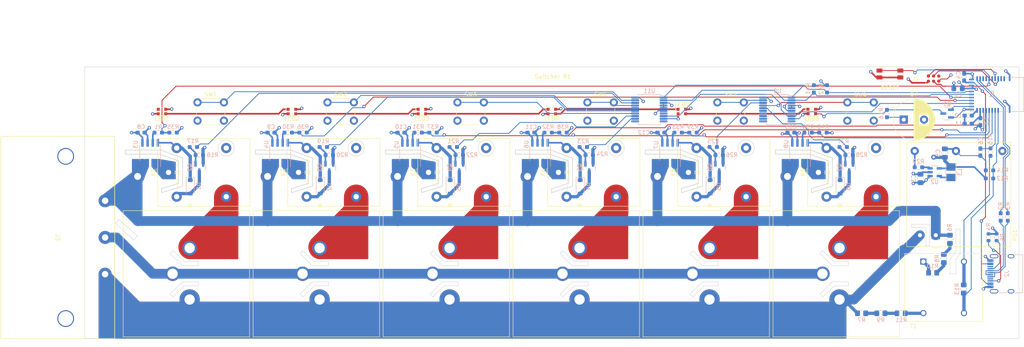
<source format=kicad_pcb>
(kicad_pcb (version 20221018) (generator pcbnew)
  (layers (0 "F.Cu" signal) (1 "In1.Cu" signal) (2 "In2.Cu" signal) (31 "B.Cu" signal) (34 "B.Paste" user) (35 "F.Paste" user) (36 "B.SilkS" user "B.Silkscreen") (37 "F.SilkS" user "F.Silkscreen") (38 "B.Mask" user) (39 "F.Mask" user) (44 "Edge.Cuts" user))
  (net 0 "")
  (net 1 "Net-(U1-DEC4)")
  (net 2 "GND")
  (net 3 "+3V3")
  (net 4 "+5V")
  (net 5 "VBUS")
  (net 6 "VSENSE_P")
  (net 7 "SWDIO")
  (net 8 "RESET")
  (net 9 "SWDCLK")
  (net 11 "AC_LIVE")
  (net 12 "AC_GND")
  (net 13 "AC_NEUTRAL")
  (net 14 "/device1/RELAY_INPUT")
  (net 15 "/device1/DEVICE_LIVE")
  (net 17 "/device2/RELAY_INPUT")
  (net 18 "/device2/DEVICE_LIVE")
  (net 20 "/device3/RELAY_INPUT")
  (net 21 "/device3/DEVICE_LIVE")
  (net 23 "/device4/RELAY_INPUT")
  (net 24 "/device4/DEVICE_LIVE")
  (net 26 "Net-(L1-Pad2)")
  (net 27 "Net-(U1-DCC)")
  (net 28 "Net-(U2-SW)")
  (net 29 "Net-(LED1-DI)")
  (net 31 "LED_SERIAL")
  (net 32 "Net-(Q2-G)")
  (net 33 "Net-(Q3-G)")
  (net 34 "Net-(Q4-G)")
  (net 35 "Net-(Q5-G)")
  (net 36 "Net-(U2-EN)")
  (net 37 "USB_D-")
  (net 38 "USB_D+")
  (net 39 "Net-(R6-Pad2)")
  (net 40 "Net-(R7-Pad2)")
  (net 41 "Net-(T1-AA)")
  (net 42 "Net-(T1-AB)")
  (net 43 "VSENSE_N")
  (net 44 "Net-(T1-SB)")
  (net 45 "DEVICE1_ENABLE")
  (net 46 "DEVICE2_ENABLE")
  (net 47 "DEVICE3_ENABLE")
  (net 48 "DEVICE4_ENABLE")
  (net 49 "DEVICE1_BTN")
  (net 50 "DEVICE2_BTN")
  (net 51 "DEVICE3_BTN")
  (net 52 "DEVICE4_BTN")
  (net 53 "DEVICE3_CSENSE")
  (net 54 "DEVICE4_CSENSE")
  (net 55 "DEVICE5_ENABLE")
  (net 56 "DEVICE6_ENABLE")
  (net 57 "DEVICE1_CSENSE")
  (net 58 "DEVICE2_CSENSE")
  (net 59 "USB_CONN_D+")
  (net 60 "USB_CONN_D-")
  (net 61 "Net-(J2-CC1)")
  (net 63 "Net-(J2-CC2)")
  (net 66 "/device5/RELAY_INPUT")
  (net 67 "/device5/DEVICE_LIVE")
  (net 69 "/device6/RELAY_INPUT")
  (net 70 "/device6/DEVICE_LIVE")
  (net 72 "Net-(Q6-G)")
  (net 73 "Net-(Q7-G)")
  (net 74 "Net-(R10-Pad1)")
  (net 75 "Net-(R11-Pad1)")
  (net 76 "DEVICE5_BTN")
  (net 77 "DEVICE6_BTN")
  (net 78 "DEVICE5_CSENSE")
  (net 79 "DEVICE6_CSENSE")
  (net 80 "EXPANDER_SCL")
  (net 81 "EXPANDER_SDA")
  (net 83 "Net-(LED2-DI)")
  (net 84 "Net-(LED3-DI)")
  (net 85 "Net-(U3-VIOUT)")
  (net 86 "Net-(LED4-DI)")
  (net 87 "Net-(LED5-DI)")
  (net 88 "Net-(LED6-DI)")
  (net 89 "/device1/RELAY_COIL_LOW")
  (net 90 "/device2/RELAY_COIL_LOW")
  (net 91 "/device3/RELAY_COIL_LOW")
  (net 92 "/device4/RELAY_COIL_LOW")
  (net 93 "/device5/RELAY_COIL_LOW")
  (net 94 "/device6/RELAY_COIL_LOW")
  (net 96 "EXPANDER_INT")
  (net 101 "Net-(U4-VIOUT)")
  (net 102 "Net-(U5-VIOUT)")
  (net 103 "Net-(U6-VIOUT)")
  (net 104 "Net-(U7-VIOUT)")
  (net 105 "Net-(U8-VIOUT)")
  (footprint "Button_Switch_THT:SW_PUSH_6mm_H4.3mm" (layer "F.Cu") (at 158.75 87.75)
    (fp_text reference "SW4")
    (fp_text value "DEV_TOGGLE" hide)
  )
  (footprint "te_nema_pcb:TE_3-213598-2" (layer "F.Cu") (at 156 130 -90)
    (fp_text reference "P4" hide)
    (fp_text value "DEVICE_PLUG")
  )
  (footprint "Capacitor_THT:CP_Radial_D10.0mm_P5.00mm" (layer "F.Cu") (at 236.632323 92)
    (fp_text reference "C7")
    (fp_text value "100u" hide)
  )
  (footprint "Connector:Tag-Connect_TC2030-IDC-NL_2x03_P1.27mm_Vertical" (layer "F.Cu") (at 243.98 81.885)
    (fp_text reference "J1")
    (fp_text value "Conn_02x03_Odd_Even" hide)
  )
  (footprint "Components:WS2812B-2020" (layer "F.Cu") (at 150 90 180)
    (fp_text reference "LED4")
    (fp_text value "WS2812B-2020" hide)
  )
  (footprint "Button_Switch_THT:SW_PUSH_6mm_H4.3mm" (layer "F.Cu") (at 222.75 87.75)
    (fp_text reference "SW6")
    (fp_text value "DEV_TOGGLE" hide)
  )
  (footprint "te_nema_pcb:TE_3-213598-2" (layer "F.Cu") (at 60 130 -90)
    (fp_text reference "P1" hide)
    (fp_text value "DEVICE_PLUG" hide)
  )
  (footprint "Button_Switch_SMD:Panasonic_EVQPUK_EVQPUB" (layer "F.Cu") (at 233.225 80.75)
    (fp_text reference "SW7" hide)
    (fp_text value "RESET")
  )
  (footprint "Relay_THT:Relay_SPDT_Omron-G5LE-1" (layer "F.Cu") (at 55.62 105 90)
    (fp_text reference "K1")
    (fp_text value "G5LE-1" hide)
  )
  (footprint "Button_Switch_THT:SW_PUSH_6mm_H4.3mm" (layer "F.Cu") (at 62.75 87.75)
    (fp_text reference "SW1")
    (fp_text value "DEV_TOGGLE" hide)
  )
  (footprint "Components:WS2812B-2020" (layer "F.Cu") (at 118 90 180)
    (fp_text reference "LED3")
    (fp_text value "WS2812B-2020" hide)
  )
  (footprint "Converter_ACDC:Converter_ACDC_RECOM_RAC05-xxSK_THT" (layer "F.Cu") (at 244.52 120.4925 -90)
    (fp_text reference "PS1")
    (fp_text value "RAC05-05SK" hide)
  )
  (footprint "Button_Switch_THT:SW_PUSH_6mm_H4.3mm" (layer "F.Cu") (at 190.75 87.75)
    (fp_text reference "SW5")
    (fp_text value "DEV_TOGGLE" hide)
  )
  (footprint "schurter_gsp:CONN3_P1.8101.1_SAI" (layer "F.Cu") (at 40 112 -90)
    (fp_text reference "J3")
    (fp_text value "AC_INPUT")
  )
  (footprint "Button_Switch_THT:SW_PUSH_6mm_H4.3mm" (layer "F.Cu") (at 94.75 87.75)
    (fp_text reference "SW2")
    (fp_text value "DEV_TOGGLE" hide)
  )
  (footprint "te_nema_pcb:TE_3-213598-2" (layer "F.Cu") (at 220 130 -90)
    (fp_text reference "P6" hide)
    (fp_text value "DEVICE_PLUG")
  )
  (footprint "Relay_THT:Relay_SPDT_Omron-G5LE-1" (layer "F.Cu") (at 119.62 105 90)
    (fp_text reference "K3")
    (fp_text value "G5LE-1" hide)
  )
  (footprint "Components:WS2812B-2020" (layer "F.Cu") (at 182 90 180)
    (fp_text reference "LED5")
    (fp_text value "WS2812B-2020" hide)
  )
  (footprint "Relay_THT:Relay_SPDT_Omron-G5LE-1" (layer "F.Cu") (at 183.62 105 90)
    (fp_text reference "K5")
    (fp_text value "G5LE-1" hide)
  )
  (footprint "Relay_THT:Relay_SPDT_Omron-G5LE-1" (layer "F.Cu") (at 215.62 105 90)
    (fp_text reference "K6")
    (fp_text value "G5LE-1" hide)
  )
  (footprint "Button_Switch_THT:SW_PUSH_6mm_H4.3mm" (layer "F.Cu") (at 126.75 87.75)
    (fp_text reference "SW3")
    (fp_text value "DEV_TOGGLE" hide)
  )
  (footprint "te_nema_pcb:TE_3-213598-2" (layer "F.Cu") (at 92 130 -90)
    (fp_text reference "P2" hide)
    (fp_text value "DEVICE_PLUG")
  )
  (footprint "zmpt101b:XFMR_ZMPT101B" (layer "F.Cu") (at 246.46 133.35)
    (fp_text reference "T1")
    (fp_text value "ZMPT101B")
  )
  (footprint "Relay_THT:Relay_SPDT_Omron-G5LE-1" (layer "F.Cu") (at 87.62 105 90)
    (fp_text reference "K2")
    (fp_text value "G5LE-1" hide)
  )
  (footprint "Components:WS2812B-2020" (layer "F.Cu") (at 214 90 180)
    (fp_text reference "LED6")
    (fp_text value "WS2812B-2020" hide)
  )
  (footprint "Components:WS2812B-2020" (layer "F.Cu") (at 86 90 180)
    (fp_text reference "LED2")
    (fp_text value "WS2812B-2020" hide)
  )
  (footprint "te_nema_pcb:TE_3-213598-2" (layer "F.Cu") (at 188 130 -90)
    (fp_text reference "P5" hide)
    (fp_text value "DEVICE_PLUG")
  )
  (footprint "Relay_THT:Relay_SPDT_Omron-G5LE-1" (layer "F.Cu") (at 151.62 105 90)
    (fp_text reference "K4")
    (fp_text value "G5LE-1" hide)
  )
  (footprint "Components:WS2812B-2020" (layer "F.Cu") (at 54 90 180)
    (fp_text reference "LED1")
    (fp_text value "WS2812B-2020" hide)
  )
  (footprint "te_nema_pcb:TE_3-213598-2" (layer "F.Cu") (at 124 130 -90)
    (fp_text reference "P3" hide)
    (fp_text value "DEVICE_PLUG")
  )
  (footprint "Resistor_SMD:R_0603_1608Metric_Pad0.98x0.95mm_HandSolder" (layer "B.Cu") (at 56.7346 95.2 180)
    (fp_text reference "R35")
    (fp_text value "20K" hide)
  )
  (footprint "Inductor_SMD:L_0603_1608Metric_Pad1.05x0.95mm_HandSolder" (layer "B.Cu") (at 252.5 93 180)
    (fp_text reference "L1")
    (fp_text value "15n" hide)
  )
  (footprint "Resistor_SMD:R_0603_1608Metric_Pad0.98x0.95mm_HandSolder" (layer "B.Cu") (at 127.1952 100.7364 180)
    (fp_text reference "R22")
    (fp_text value "100K")
  )
  (footprint "Resistor_SMD:R_0603_1608Metric_Pad0.98x0.95mm_HandSolder" (layer "B.Cu") (at 157.722 98.7552 180)
    (fp_text reference "R23")
    (fp_text value "100")
  )
  (footprint "Resistor_SMD:R_0603_1608Metric_Pad0.98x0.95mm_HandSolder" (layer "B.Cu") (at 63.1952 100.7364 180)
    (fp_text reference "R18")
    (fp_text value "100K" hide)
  )
  (footprint "Package_SO:SOIC-8_3.9x4.9mm_P1.27mm" (layer "B.Cu") (at 83.095 100.175 90)
    (fp_text reference "U4")
    (fp_text value "ACS723xLCTR-10AB")
  )
  (footprint "Resistor_SMD:R_0603_1608Metric_Pad0.98x0.95mm_HandSolder" (layer "B.Cu") (at 53.0789 95.2)
    (fp_text reference "R1")
    (fp_text value "10K" hide)
  )
  (footprint "Resistor_SMD:R_0603_1608Metric_Pad0.98x0.95mm_HandSolder" (layer "B.Cu") (at 257.75 104.5 180)
    (fp_text reference "R14")
    (fp_text value "10K")
  )
  (footprint "Capacitor_SMD:C_0603_1608Metric_Pad1.08x0.95mm_HandSolder" (layer "B.Cu") (at 48.8625 95.2 180)
    (fp_text reference "C8")
    (fp_text value "0.1u" hide)
  )
  (footprint "Resistor_SMD:R_0603_1608Metric_Pad0.98x0.95mm_HandSolder" (layer "B.Cu") (at 240.25 103.75 180)
    (fp_text reference "R29")
    (fp_text value "100K")
  )
  (footprint "Diode_SMD:D_SOD-123" (layer "B.Cu") (at 220.96 108.585 -90)
    (fp_text reference "D6")
    (fp_text value "MBR130HW")
  )
  (footprint "Diode_SMD:D_SOD-123" (layer "B.Cu") (at 124.96 108.585 -90)
    (fp_text reference "D3")
    (fp_text value "MBR130HW")
  )
  (footprint "Resistor_SMD:R_0603_1608Metric_Pad0.98x0.95mm_HandSolder" (layer "B.Cu") (at 117.0789 95.2)
    (fp_text reference "R31")
    (fp_text value "10K" hide)
  )
  (footprint "Resistor_SMD:R_0603_1608Metric_Pad0.98x0.95mm_HandSolder" (layer "B.Cu") (at 232.5 90.5 -90)
    (fp_text reference "R16")
    (fp_text value "10K")
  )
  (footprint "Resistor_SMD:R_0603_1608Metric_Pad0.98x0.95mm_HandSolder" (layer "B.Cu") (at 152.7346 95.2 180)
    (fp_text reference "R38")
    (fp_text value "20K")
  )
  (footprint "Package_TO_SOT_SMD:SOT-23-5" (layer "B.Cu") (at 244.25 104.9625)
    (fp_text reference "U2")
    (fp_text value "LM3671-3.3" hide)
  )
  (footprint "Package_TO_SOT_SMD:SOT-23" (layer "B.Cu") (at 63.2 103.8 -90)
    (fp_text reference "Q2")
    (fp_text value "AO3400A" hide)
  )
  (footprint "Resistor_SMD:R_0603_1608Metric_Pad0.98x0.95mm_HandSolder" (layer "B.Cu") (at 184.7346 95.2 180)
    (fp_text reference "R39")
    (fp_text value "20K")
  )
  (footprint "Diode_SMD:D_SOD-123" (layer "B.Cu") (at 60.96 108.585 -90)
    (fp_text reference "D1")
    (fp_text value "MBR130HW" hide)
  )
  (footprint "Resistor_SMD:R_0603_1608Metric_Pad0.98x0.95mm_HandSolder" (layer "B.Cu") (at 258 100 -90)
    (fp_text reference "R15")
    (fp_text value "10K" hide)
  )
  (footprint "Resistor_SMD:R_0603_1608Metric_Pad0.98x0.95mm_HandSolder" (layer "B.Cu") (at 181.0789 95.2)
    (fp_text reference "R33")
    (fp_text value "10K")
  )
  (footprint "Package_SO:SOIC-8_3.9x4.9mm_P1.27mm" (layer "B.Cu") (at 179.095 100.175 90)
    (fp_text reference "U7")
    (fp_text value "ACS723xLCTR-10AB")
  )
  (footprint "Package_TO_SOT_SMD:SOT-23" (layer "B.Cu") (at 191.2 103.8 -90)
    (fp_text reference "Q6")
    (fp_text value "AO3400A")
  )
  (footprint "Capacitor_SMD:C_0603_1608Metric_Pad1.08x0.95mm_HandSolder" (layer "B.Cu") (at 251.5 81.5 90)
    (fp_text reference "C4")
    (fp_text value "10uF" hide)
  )
  (footprint "Resistor_SMD:R_0603_1608Metric_Pad0.98x0.95mm_HandSolder" (layer "B.Cu") (at 93.722 98.7552 180)
    (fp_text reference "R19")
    (fp_text value "100")
  )
  (footprint "Package_TO_SOT_SMD:SOT-23" (layer "B.Cu") (at 159.2 103.8 -90)
    (fp_text reference "Q5")
    (fp_text value "AO3400A")
  )
  (footprint "Connector_USB:USB_C_Receptacle_HRO_TYPE-C-31-M-12" (layer "B.Cu") (at 262 130 -90)
    (fp_text reference "J2")
    (fp_text value "USB_C_Receptacle_USB2.0" hide)
  )
  (footprint "Package_SO:SOIC-8_3.9x4.9mm_P1.27mm" (layer "B.Cu") (at 211.095 100.175 90)
    (fp_text reference "U8")
    (fp_text value "ACS723xLCTR-10AB")
  )
  (footprint "Inductor_SMD:L_0603_1608Metric_Pad1.05x0.95mm_HandSolder" (layer "B.Cu") (at 252.5 91)
    (fp_text reference "L2")
    (fp_text value "10u" hide)
  )
  (footprint "Resistor_SMD:R_0805_2012Metric_Pad1.20x1.40mm_HandSolder" (layer "B.Cu") (at 246.5 126.25 -90)
    (fp_text reference "R8")
    (fp_text value "15K")
  )
  (footprint "Capacitor_SMD:C_0603_1608Metric_Pad1.08x0.95mm_HandSolder" (layer "B.Cu") (at 80.8625 95.2 180)
    (fp_text reference "C9")
    (fp_text value "0.1u")
  )
  (footprint "Diode_SMD:D_SOD-123" (layer "B.Cu") (at 92.96 108.585 -90)
    (fp_text reference "D2")
    (fp_text value "MBR130HW")
  )
  (footprint "Resistor_SMD:R_0603_1608Metric_Pad0.98x0.95mm_HandSolder" (layer "B.Cu") (at 260.5 116 -90)
    (fp_text reference "R2")
    (fp_text value "22" hide)
  )
  (footprint "Resistor_SMD:R_0603_1608Metric_Pad0.98x0.95mm_HandSolder" (layer "B.Cu") (at 85.0789 95.2)
    (fp_text reference "R30")
    (fp_text value "10K")
  )
  (footprint "Capacitor_SMD:C_0603_1608Metric_Pad1.08x0.95mm_HandSolder" (layer "B.Cu") (at 176.8625 95.2 180)
    (fp_text reference "C12")
    (fp_text value "0.1u")
  )
  (footprint "Package_TO_SOT_SMD:SOT-23" (layer "B.Cu") (at 127.2 103.8 -90)
    (fp_text reference "Q4")
    (fp_text value "AO3400A")
  )
  (footprint "Package_SO:SOIC-8_3.9x4.9mm_P1.27mm" (layer "B.Cu") (at 147.095 100.175 90)
    (fp_text reference "U6")
    (fp_text value "ACS723xLCTR-10AB")
  )
  (footprint "Resistor_SMD:R_0603_1608Metric_Pad0.98x0.95mm_HandSolder" (layer "B.Cu") (at 216.7346 95.2 180)
    (fp_text reference "R40")
    (fp_text value "20K")
  )
  (footprint "Package_SO:SOIC-8_3.9x4.9mm_P1.27mm" (layer "B.Cu") (at 51.095 100.175 90)
    (fp_text reference "U3")
    (fp_text value "ACS723xLCTR-10AB" hide)
  )
  (footprint "Capacitor_SMD:C_0805_2012Metric_Pad1.18x1.45mm_HandSolder" (layer "B.Cu") (at 246.75 100.25 -90)
    (fp_text reference "C5")
    (fp_text value "10uF" hide)
  )
  (footprint "Resistor_SMD:R_0603_1608Metric_Pad0.98x0.95mm_HandSolder" (layer "B.Cu") (at 213.0789 95.2)
    (fp_text reference "R34")
    (fp_text value "10K")
  )
  (footprint "Resistor_SMD:R_0603_1608Metric_Pad0.98x0.95mm_HandSolder" (layer "B.Cu") (at 120.7346 95.2 180)
    (fp_text reference "R37")
    (fp_text value "20K")
  )
  (footprint "Components:MDBT50-512K" (layer "B.Cu") (at 253 90 90)
    (fp_text reference "U1")
    (fp_text value "MDBT50-512K" hide)
  )
  (footprint "Resistor_SMD:R_0603_1608Metric_Pad0.98x0.95mm_HandSolder" (layer "B.Cu") (at 159.1952 100.7364 180)
    (fp_text reference "R24")
    (fp_text value "100K")
  )
  (footprint "Resistor_SMD:R_0603_1608Metric" (layer "B.Cu") (at 259.5 121 -90)
    (fp_text reference "R5")
    (fp_text value "5.1K" hide)
  )
  (footprint "Resistor_SMD:R_0805_2012Metric_Pad1.20x1.40mm_HandSolder" (layer "B.Cu") (at 248 121.5 -90)
    (fp_text reference "R6")
    (fp_text value "15K" hide)
  )
  (footprint "Capacitor_SMD:C_0603_1608Metric_Pad1.08x0.95mm_HandSolder" (layer "B.Cu") (at 255.5 92.5 -90)
    (fp_text reference "C1")
    (fp_text value "1uF" hide)
  )
  (footprint "Resistor_SMD:R_0603_1608Metric_Pad0.98x0.95mm_HandSolder" (layer "B.Cu") (at 189.722 98.7552 180)
    (fp_text reference "R25")
    (fp_text value "100")
  )
  (footprint "Resistor_SMD:R_0603_1608Metric_Pad0.98x0.95mm_HandSolder" (layer "B.Cu") (at 221.722 98.7552 180)
    (fp_text reference "R27")
    (fp_text value "100")
  )
  (footprint "Inductor_SMD:L_Taiyo-Yuden_NR-24xx_HandSoldering" (layer "B.Cu") (at 248.25 104.9625 90)
    (fp_text reference "L3")
    (fp_text value "2.2u")
  )
  (footprint "Resistor_SMD:R_0805_2012Metric_Pad1.20x1.40mm_HandSolder" (layer "B.Cu") (at 231 139.75)
    (fp_text reference "R9")
    (fp_text value "15K")
  )
  (footprint "Resistor_SMD:R_0603_1608Metric_Pad0.98x0.95mm_HandSolder" (layer "B.Cu") (at 88.7346 95.2 180)
    (fp_text reference "R36")
    (fp_text value "20K")
  )
  (footprint "Diode_SMD:D_SOD-123" (layer "B.Cu") (at 188.96 108.585 -90)
    (fp_text reference "D5")
    (fp_text value "MBR130HW")
  )
  (footprint "Capacitor_SMD:C_0603_1608Metric_Pad1.08x0.95mm_HandSolder" (layer "B.Cu") (at 144.8625 95.2 180)
    (fp_text reference "C11")
    (fp_text value "0.1u")
  )
  (footprint "Resistor_SMD:R_0805_2012Metric_Pad1.20x1.40mm_HandSolder" (layer "B.Cu") (at 243.75 129.75 180)
    (fp_text reference "R10")
    (fp_text value "12K")
  )
  (footprint "Package_SO:SSOP-20_5.3x7.2mm_P0.65mm" (layer "B.Cu") (at 174 89.5 180)
    (fp_text reference "U11")
    (fp_text value "MCP23008-xSS")
  )
  (footprint "Capacitor_SMD:C_0603_1608Metric_Pad1.08x0.95mm_HandSolder" (layer "B.Cu") (at 255.5 100 -90)
    (fp_text reference "C6")
    (fp_text value "10n" hide)
  )
  (footprint "Capacitor_SMD:C_0603_1608Metric_Pad1.08x0.95mm_HandSolder" (layer "B.Cu") (at 112.8625 95.2 180)
    (fp_text reference "C10")
    (fp_text value "0.1u")
  )
  (footprint "Package_TO_SOT_SMD:SOT-23" (layer "B.Cu") (at 95.2 103.8 -90)
    (fp_text reference "Q3")
    (fp_text value "AO3400A")
  )
  (footprint "Resistor_SMD:R_0603_1608Metric_Pad0.98x0.95mm_HandSolder" (layer "B.Cu") (at 217.75 84.4125 -90)
    (fp_text reference "R42")
    (fp_text value "2.2K" hide)
  )
  (footprint "Resistor_SMD:R_0603_1608Metric_Pad0.98x0.95mm_HandSolder" (layer "B.Cu") (at 262.25 116 90)
    (fp_text reference "R3")
    (fp_text value "22" hide)
  )
  (footprint "Resistor_SMD:R_0603_1608Metric_Pad0.98x0.95mm_HandSolder" (layer "B.Cu") (at 191.1952 100.7364 180)
    (fp_text reference "R26")
    (fp_text value "100K")
  )
  (footprint "Resistor_SMD:R_0603_1608Metric_Pad0.98x0.95mm_HandSolder" (layer "B.Cu") (at 125.722 98.7552 180)
    (fp_text reference "R21")
    (fp_text value "100")
  )
  (footprint "Package_SO:SSOP-20_5.3x7.2mm_P0.65mm" (layer "B.Cu") (at 205.5 89.5 180)
    (fp_text reference "U9")
    (fp_text value "MCP23008-xSS")
  )
  (footprint "Package_TO_SOT_SMD:SOT-23" (layer "B.Cu") (at 223.2 103.8 -90)
    (fp_text reference "Q7")
    (fp_text value "AO3400A")
  )
  (footprint "Resistor_SMD:R_0805_2012Metric_Pad1.20x1.40mm_HandSolder" (layer "B.Cu") (at 236 139.75)
    (fp_text reference "R11")
    (fp_text value "12K")
  )
  (footprint "Package_SO:SOIC-8_3.9x4.9mm_P1.27mm" (layer "B.Cu") (at 115.095 100.175 90)
    (fp_text reference "U5")
    (fp_text value "ACS723xLCTR-10AB")
  )
  (footprint "Capacitor_SMD:C_0805_2012Metric_Pad1.18x1.45mm_HandSolder" (layer "B.Cu") (at 250 84.25)
    (fp_text reference "C2")
    (fp_text value "10uF" hide)
  )
  (footprint "Diode_SMD:D_SOD-123" (layer "B.Cu") (at 156.96 108.585 -90)
    (fp_text reference "D4")
    (fp_text value "MBR130HW")
  )
  (footprint "Resistor_SMD:R_0603_1608Metric_Pad0.98x0.95mm_HandSolder" (layer "B.Cu") (at 223.1952 100.7364 180)
    (fp_text reference "R28")
    (fp_text value "100K")
  )
  (footprint "Capacitor_SMD:C_0805_2012Metric_Pad1.18x1.45mm_HandSolder" (layer "B.Cu") (at 240.75 106.5 -90)
    (fp_text reference "C3")
    (fp_text value "10uF")
  )
  (footprint "Resistor_SMD:R_0805_2012Metric_Pad1.20x1.40mm_HandSolder" (layer "B.Cu") (at 226.25 139.75)
    (fp_text reference "R7")
    (fp_text value "15K")
  )
  (footprint "Package_TO_SOT_SMD:SOT-23" (layer "B.Cu") (at 247.3125 90.5 180)
    (fp_text reference "Q1")
    (fp_text value "BSS138")
  )
  (footprint "Resistor_SMD:R_0805_2012Metric_Pad1.20x1.40mm_HandSolder" (layer "B.Cu") (at 251.4 133.75 -90)
    (fp_text reference "R13")
    (fp_text value "100")
  )
  (footprint "Resistor_SMD:R_0603_1608Metric_Pad0.98x0.95mm_HandSolder" (layer "B.Cu") (at 61.722 98.7552 180)
    (fp_text reference "R17")
    (fp_text value "100" hide)
  )
  (footprint "Capacitor_SMD:C_0603_1608Metric_Pad1.08x0.95mm_HandSolder" (layer "B.Cu") (at 208.8625 95.2 180)
    (fp_text reference "C13")
    (fp_text value "0.1u")
  )
  (footprint "Resistor_SMD:R_0603_1608Metric_Pad0.98x0.95mm_HandSolder" (layer "B.Cu") (at 95.1952 100.7364 180)
    (fp_text reference "R20")
    (fp_text value "100K")
  )
  (footprint "Resistor_SMD:R_0603_1608Metric_Pad0.98x0.95mm_HandSolder" (layer "B.Cu") (at 214.5 84.4125 -90)
    (fp_text reference "R41")
    (fp_text value "2.2K" hide)
  )
  (footprint "Resistor_SMD:R_0603_1608Metric_Pad0.98x0.95mm_HandSolder" (layer "B.Cu") (at 257.75 106.5)
    (fp_text reference "R12")
    (fp_text value "10K")
  )
  (footprint "Resistor_SMD:R_0603_1608Metric_Pad0.98x0.95mm_HandSolder" (layer "B.Cu") (at 149.0789 95.2)
    (fp_text reference "R32")
    (fp_text value "10K")
  )
  (footprint "Resistor_SMD:R_0603_1608Metric" (layer "B.Cu") (at 257.5 121 -90)
    (fp_text reference "R4")
    (fp_text value "5.1K" hide)
  )
  (gr_circle (center 197.82 98.9644) (end 199.82 98.9644) (stroke (width 0.1)) (fill none) (layer "Edge.Cuts"))
  (gr_line (start 42.55 117.55) (end 43.45 116.65) (stroke (width 0.1)) (layer "Edge.Cuts"))
  (gr_line (start 250.5 119) (end 250.5 125) (stroke (width 0.1)) (layer "Edge.Cuts"))
  (gr_circle (center 133.82 99) (end 135.82 99) (stroke (width 0.1)) (fill none) (layer "Edge.Cuts"))
  (gr_circle (center 165.82 99) (end 167.82 99) (stroke (width 0.1)) (fill none) (layer "Edge.Cuts"))
  (gr_line (start 35 79) (end 35 146) (stroke (width 0.1)) (layer "Edge.Cuts"))
  (gr_poly (pts (xy 216 125) (xy 216.7 124.3) (xy 219.5 127) (xy 223 127) (xy 223 128) (xy 219 128)) (stroke (width 0.1)) (fill none) (layer "Edge.Cuts"))
  (gr_poly (pts (xy 141 99.5) (xy 149.7 99.5) (xy 155.1 101.5) (xy 155.1 108.4) (xy 149.9 110) (xy 149.9 109) (xy 154.1 107.7) (xy 154.1 102.2) (xy 149.7 100.6) (xy 149.4 100.5) (xy 141 100.5)) (stroke (width 0.15)) (fill none) (layer "Edge.Cuts"))
  (gr_line (start 47.95 120.65) (end 47.05 121.75) (stroke (width 0.1)) (layer "Edge.Cuts"))
  (gr_poly (pts (xy 205 99.5) (xy 213.7 99.5) (xy 219.1 101.5) (xy 219.1 108.4) (xy 213.9 110) (xy 213.9 109) (xy 218.1 107.7) (xy 218.1 102.2) (xy 213.7 100.6) (xy 213.4 100.5) (xy 205 100.5)) (stroke (width 0.15)) (fill none) (layer "Edge.Cuts"))
  (gr_poly (pts (xy 120 135) (xy 120.7 135.7) (xy 123.5 133) (xy 127 133) (xy 127 132) (xy 123 132)) (stroke (width 0.1)) (fill none) (layer "Edge.Cuts"))
  (gr_poly (pts (xy 109 99.5) (xy 117.7 99.5) (xy 123.1 101.5) (xy 123.1 108.4) (xy 117.9 110) (xy 117.9 109) (xy 122.1 107.7) (xy 122.1 102.2) (xy 117.7 100.6) (xy 117.4 100.5) (xy 109 100.5)) (stroke (width 0.15)) (fill none) (layer "Edge.Cuts"))
  (gr_line (start 250.5 125) (end 249.5 126.5) (stroke (width 0.1)) (layer "Edge.Cuts"))
  (gr_poly (pts (xy 45 99.5) (xy 53.7 99.5) (xy 59.1 101.5) (xy 59.1 108.4) (xy 53.9 110) (xy 53.9 109) (xy 58.1 107.7) (xy 58.1 102.2) (xy 53.7 100.6) (xy 53.4 100.5) (xy 45 100.5)) (stroke (width 0.15)) (fill none) (layer "Edge.Cuts"))
  (gr_line (start 35 146) (end 265 146) (stroke (width 0.1)) (layer "Edge.Cuts"))
  (gr_line (start 265 146) (end 265 79) (stroke (width 0.1)) (layer "Edge.Cuts"))
  (gr_line (start 248 130) (end 248 126.5) (stroke (width 0.1)) (layer "Edge.Cuts"))
  (gr_circle (center 229.82 98.9644) (end 231.82 98.9644) (stroke (width 0.1)) (fill none) (layer "Edge.Cuts"))
  (gr_line (start 249.5 124.5) (end 248 126.5) (stroke (width 0.1)) (layer "Edge.Cuts"))
  (gr_poly (pts (xy 152 135) (xy 152.7 135.7) (xy 155.5 133) (xy 159 133) (xy 159 132) (xy 155 132)) (stroke (width 0.1)) (fill none) (layer "Edge.Cuts"))
  (gr_line (start 249.5 119) (end 249.5 124.5) (stroke (width 0.1)) (layer "Edge.Cuts"))
  (gr_poly (pts (xy 77 99.5) (xy 85.7 99.5) (xy 91.1 101.5) (xy 91.1 108.4) (xy 85.9 110) (xy 85.9 109) (xy 90.1 107.7) (xy 90.1 102.2) (xy 85.7 100.6) (xy 85.4 100.5) (xy 77 100.5)) (stroke (width 0.15)) (fill none) (layer "Edge.Cuts"))
  (gr_line (start 249.5 119) (end 250.5 119) (stroke (width 0.1)) (layer "Edge.Cuts"))
  (gr_line (start 35 79) (end 265 79) (stroke (width 0.1)) (layer "Edge.Cuts"))
  (gr_poly (pts (xy 88 135) (xy 88.7 135.7) (xy 91.5 133) (xy 95 133) (xy 95 132) (xy 91 132)) (stroke (width 0.1)) (fill none) (layer "Edge.Cuts"))
  (gr_circle (center 69.82 99) (end 71.82 99) (stroke (width 0.1)) (fill none) (layer "Edge.Cuts"))
  (gr_poly (pts (xy 152 125) (xy 152.7 124.3) (xy 155.5 127) (xy 159 127) (xy 159 128) (xy 155 128)) (stroke (width 0.1)) (fill none) (layer "Edge.Cuts"))
  (gr_poly (pts (xy 242.1 123.1) (xy 243 123.1) (xy 243 117.8) (xy 238.5 117.8) (xy 238.5 118.6) (xy 242.1 118.6)) (stroke (width 0.1)) (fill none) (layer "Edge.Cuts"))
  (gr_poly (pts (xy 120 125) (xy 120.7 124.3) (xy 123.5 127) (xy 127 127) (xy 127 128) (xy 123 128)) (stroke (width 0.1)) (fill none) (layer "Edge.Cuts"))
  (gr_line (start 47.05 121.75) (end 42.55 117.55) (stroke (width 0.1)) (layer "Edge.Cuts"))
  (gr_poly (pts (xy 56 125) (xy 56.7 124.3) (xy 59.5 127) (xy 63 127) (xy 63 128) (xy 59 128)) (stroke (width 0.1)) (fill none) (layer "Edge.Cuts"))
  (gr_poly (pts (xy 184 135) (xy 184.7 135.7) (xy 187.5 133) (xy 191 133) (xy 191 132) (xy 187 132)) (stroke (width 0.1)) (fill none) (layer "Edge.Cuts"))
  (gr_poly (pts (xy 88 125) (xy 88.7 124.3) (xy 91.5 127) (xy 95 127) (xy 95 128) (xy 91 128)) (stroke (width 0.1)) (fill none) (layer "Edge.Cuts"))
  (gr_poly (pts (xy 56 135) (xy 56.7 135.7) (xy 59.5 133) (xy 63 133) (xy 63 132) (xy 59 132)) (stroke (width 0.1)) (fill none) (layer "Edge.Cuts"))
  (gr_line (start 43.45 116.65) (end 47.95 120.65) (stroke (width 0.1)) (layer "Edge.Cuts"))
  (gr_circle (center 101.82 99) (end 103.82 99) (stroke (width 0.1)) (fill none) (layer "Edge.Cuts"))
  (gr_poly (pts (xy 173 99.5) (xy 181.7 99.5) (xy 187.1 101.5) (xy 187.1 108.4) (xy 181.9 110) (xy 181.9 109) (xy 186.1 107.7) (xy 186.1 102.2) (xy 181.7 100.6) (xy 181.4 100.5) (xy 173 100.5)) (stroke (width 0.15)) (fill none) (layer "Edge.Cuts"))
  (gr_line (start 249.5 130) (end 248 130) (stroke (width 0.1)) (layer "Edge.Cuts"))
  (gr_poly (pts (xy 184 125) (xy 184.7 124.3) (xy 187.5 127) (xy 191 127) (xy 191 128) (xy 187 128)) (stroke (width 0.1)) (fill none) (layer "Edge.Cuts"))
  (gr_poly (pts (xy 216 135) (xy 216.7 135.7) (xy 219.5 133) (xy 223 133) (xy 223 132) (xy 219 132)) (stroke (width 0.1)) (fill none) (layer "Edge.Cuts"))
  (gr_line (start 249.5 126.5) (end 249.5 130) (stroke (width 0.1)) (layer "Edge.Cuts"))
  (gr_text "Switcher R1" (at 145.6 82) (layer "F.SilkS") (effects (font (size 1 1)) (justify left bottom)))
  (segment (start 253.375 93) (end 253.5 93) (width 0.4) (layer "B.Cu") (net 1))
  (segment (start 254.8625 91.6375) (end 255.5 91.6375) (width 0.4) (layer "B.Cu") (net 1))
  (segment (start 255.44 89.4) (end 255.44 91.5775) (width 0.4) (layer "B.Cu") (net 1))
  (segment (start 255.44 91.5775) (end 255.5 91.6375) (width 0.4) (layer "B.Cu") (net 1))
  (segment (start 253.5 93) (end 254.8625 91.6375) (width 0.4) (layer "B.Cu") (net 1))
  (segment (start 147.95 90.55) (end 147.8 90.7) (width 0.4) (layer "F.Cu") (net 2))
  (segment (start 85.085 90.55) (end 83.95 90.55) (width 0.4) (layer "F.Cu") (net 2))
  (segment (start 115.85 90.55) (end 115.6 90.8) (width 0.4) (layer "F.Cu") (net 2))
  (segment (start 245.7763 81.9937) (end 247.2563 81.9937) (width 0.2) (layer "F.Cu") (net 2))
  (segment (start 235.8 81.6) (end 230.65 81.6) (width 0.4) (layer "F.Cu") (net 2))
  (segment (start 229.9 81.6) (end 228.5 80.2) (width 0.4) (layer "F.Cu") (net 2))
  (segment (start 247.2563 81.9937) (end 248.25 81) (width 0.2) (layer "F.Cu") (net 2))
  (segment (start 117.085 90.55) (end 115.85 90.55) (width 0.4) (layer "F.Cu") (net 2))
  (segment (start 149.085 90.55) (end 147.95 90.55) (width 0.4) (layer "F.Cu") (net 2))
  (segment (start 83.95 90.55) (end 83.7 90.8) (width 0.4) (layer "F.Cu") (net 2))
  (segment (start 51.75 90.55) (end 51.7 90.6) (width 0.4) (layer "F.Cu") (net 2))
  (segment (start 181.085 90.55) (end 181.085 91.785) (width 0.4) (layer "F.Cu") (net 2))
  (segment (start 213.085 90.55) (end 212.05 90.55) (width 0.4) (layer "F.Cu") (net 2))
  (segment (start 245.25 82.52) (end 245.7763 81.9937) (width 0.2) (layer "F.Cu") (net 2))
  (segment (start 181.085 91.785) (end 181.1 91.8) (width 0.4) (layer "F.Cu") (net 2))
  (segment (start 212.05 90.55) (end 211.8 90.8) (width 0.4) (layer "F.Cu") (net 2))
  (segment (start 230.65 81.6) (end 229.9 81.6) (width 0.4) (layer "F.Cu") (net 2))
  (segment (start 53.085 90.55) (end 51.75 90.55) (width 0.4) (layer "F.Cu") (net 2))
  (via (at 228.5 80.2) (size 0.8) (drill 0.4) (layers "F.Cu" "B.Cu") (net 2))
  (via (at 211 88.75) (size 0.8) (drill 0.4) (layers "F.Cu" "B.Cu") (net 2))
  (via (at 115.6 90.8) (size 0.8) (drill 0.4) (layers "F.Cu" "B.Cu") (net 2))
  (via (at 51.7 90.6) (size 0.8) (drill 0.4) (layers "F.Cu" "B.Cu") (net 2))
  (via (at 239 105.25) (size 0.8) (drill 0.4) (layers "F.Cu" "B.Cu") (net 2))
  (via (at 142.482 95.1992) (size 0.8) (drill 0.4) (layers "F.Cu" "B.Cu") (net 2))
  (via (at 90.882 93.9992) (size 0.8) (drill 0.4) (layers "F.Cu" "B.Cu") (net 2))
  (via (at 96.516 98.9076) (size 0.8) (drill 0.4) (layers "F.Cu" "B.Cu") (net 2))
  (via (at 83.7 90.8) (size 0.8) (drill 0.4) (layers "F.Cu" "B.Cu") (net 2))
  (via (at 160.516 98.9076) (size 0.8) (drill 0.4) (layers "F.Cu" "B.Cu") (net 2))
  (via (at 253.5 80.75) (size 0.8) (drill 0.4) (layers "F.Cu" "B.Cu") (net 2))
  (via (at 256.25 133.75) (size 0.8) (drill 0.4) (layers "F.Cu" "B.Cu") (net 2))
  (via (at 186.882 93.9992) (size 0.8) (drill 0.4) (layers "F.Cu" "B.Cu") (net 2))
  (via (at 211.8 90.8) (size 0.8) (drill 0.4) (layers "F.Cu" "B.Cu") (net 2))
  (via (at 248.9625 83) (size 0.8) (drill 0.4) (layers "F.Cu" "B.Cu") (net 2))
  (via (at 179.5 88.5) (size 0.8) (drill 0.4) (layers "F.Cu" "B.Cu") (net 2))
  (via (at 256.75 125.75) (size 0.8) (drill 0.4) (layers "F.Cu" "B.Cu") (net 2))
  (via (at 128.516 98.9076) (size 0.8) (drill 0.4) (layers "F.Cu" "B.Cu") (net 2))
  (via (at 251.5 89.5) (size 0.8) (drill 0.4) (layers "F.Cu" "B.Cu") (net 2))
  (via (at 78.482 95.1992) (size 0.8) (drill 0.4) (layers "F.Cu" "B.Cu") (net 2))
  (via (at 261.5 87.5) (size 0.8) (drill 0.4) (layers "F.Cu" "B.Cu") (net 2))
  (via (at 261.75 80) (size 0.8) (drill 0.4) (layers "F.Cu" "B.Cu") (net 2))
  (via (at 154.882 93.9992) (size 0.8) (drill 0.4) (layers "F.Cu" "B.Cu") (net 2))
  (via (at 248.25 81) (size 0.8) (drill 0.4) (layers "F.Cu" "B.Cu") (net 2))
  (via (at 174.482 95.1992) (size 0.8) (drill 0.4) (layers "F.Cu" "B.Cu") (net 2))
  (via (at 64.516 98.8568) (size 0.8) (drill 0.4) (layers "F.Cu" "B.Cu") (net 2))
  (via (at 181.1 91.8) (size 0.8) (drill 0.4) (layers "F.Cu" "B.Cu") (net 2))
  (via (at 147.8 90.7) (size 0.8) (drill 0.4) (layers "F.Cu" "B.Cu") (net 2))
  (via (at 122.882 93.9992) (size 0.8) (drill 0.4) (layers "F.Cu" "B.Cu") (net 2))
  (via (at 258.5 118.75) (size 0.8) (drill 0.4) (layers "F.Cu" "B.Cu") (net 2))
  (via (at 58.9 94) (size 0.8) (drill 0.4) (layers "F.Cu" "B.Cu") (net 2))
  (via (at 224.516 98.8653) (size 0.8) (drill 0.4) (layers "F.Cu" "B.Cu") (net 2))
  (via (at 110.482 95.1992) (size 0.8) (drill 0.4) (layers "F.Cu" "B.Cu") (net 2))
  (via (at 46.5 95.2) (size 0.8) (drill 0.4) (layers "F.Cu" "B.Cu") (net 2))
  (via (at 192.516 98.8653) (size 0.8) (drill 0.4) (layers "F.Cu" "B.Cu") (net 2))
  (via (at 206.75 95.5) (size 0.8) (drill 0.4) (layers "F.Cu" "B.Cu") (net 2))
  (via (at 254.25 94.25) (size 0.8) (drill 0.4) (layers "F.Cu" "B.Cu") (net 2))
  (via (at 219 95.25) (size 0.8) (drill 0.4) (layers "F.Cu" "B.Cu") (net 2))
  (segment (start 217.682 95.1884) (end 217.7436 95.25) (width 0.4) (layer "B.Cu") (net 2))
  (segment (start 111.982 95.1992) (end 110.482 95.1992) (width 0.4) (layer "B.Cu") (net 2))
  (segment (start 160.1077 100.7872) (end 160.1077 99.3159) (width 0.8) (layer "B.Cu") (net 2))
  (segment (start 185.682 95.1992) (end 186.882 93.9992) (width 0.4) (layer "B.Cu") (net 2))
  (segment (start 217.7436 95.25) (end 219 95.25) (width 0.4) (layer "B.Cu") (net 2))
  (segment (start 64.1077 100.7364) (end 64.1077 99.2651) (width 0.8) (layer "B.Cu") (net 2))
  (segment (start 246.75 99.2125) (end 248.97 99.2125) (width 0.4) (layer "B.Cu") (net 2))
  (segment (start 177.172 96.3892) (end 175.982 95.1992) (width 0.4) (layer "B.Cu") (net 2))
  (segment (start 96.1077 100.7872) (end 96.1077 99.3159) (width 0.8) (layer "B.Cu") (net 2))
  (segment (start 64.1077 99.2651) (end 64.516 98.8568) (width 0.8) (layer "B.Cu") (net 2))
  (segment (start 253.6 89.5) (end 251.5 89.5) (width 0.4) (layer "B.Cu") (net 2))
  (segment (start 96.15 102.9133) (end 96.15 100.8295) (width 0.8) (layer "B.Cu") (net 2))
  (segment (start 224.1077 99.2736) (end 224.516 98.8653) (width 0.8) (layer "B.Cu") (net 2))
  (segment (start 251.5 80.6375) (end 253.3875 80.6375) (width 0.4) (layer "B.Cu") (net 2))
  (segment (start 177.5 87.875) (end 178.875 87.875) (width 0.2) (layer "B.Cu") (net 2))
  (segment (start 255.5 100.8625) (end 250.62 100.8625) (width 0.2) (layer "B.Cu") (net 2))
  (segment (start 143.982 95.1992) (end 142.482 95.1992) (width 0.4) (layer "B.Cu") (net 2))
  (segment (start 224.1077 100.7449) (end 224.1077 99.2736) (width 0.8) (layer "B.Cu") (net 2))
  (segment (start 81.172 96.3892) (end 79.982 95.1992) (width 0.4) (layer "B.Cu") (net 2))
  (segment (start 57.6471 95.2) (end 57.7 95.2) (width 0.4) (layer "B.Cu") (net 2))
  (segment (start 192.1077 100.7449) (end 192.1077 99.2736) (width 0.8) (layer "B.Cu") (net 2))
  (segment (start 249.55 91.45) (end 251.5 89.5) (width 0.2) (layer "B.Cu") (net 2))
  (segment (start 113.172 96.3892) (end 111.982 95.1992) (width 0.4) (layer "B.Cu") (net 2))
  (segment (start 209 88.525) (end 210.775 88.525) (width 0.2) (layer "B.Cu") (net 2))
  (segment (start 259.5 119.75) (end 258.5 118.75) (width 0.4) (layer "B.Cu") (net 2))
  (segment (start 177.5 88.525) (end 177.5 87.875) (width 0.2) (layer "B.Cu") (net 2))
  (segment (start 253.6 82.1) (end 253.6 80.85) (width 0.4) (layer "B.Cu") (net 2))
  (segment (start 257.955 126.75) (end 257.75 126.75) (width 0.4) (layer "B.Cu") (net 2))
  (segment (start 175.982 95.1992) (end 174.482 95.1992) (width 0.4) (layer "B.Cu") (net 2))
  (segment (start 208.2936 95.5) (end 209.172 96.3784) (width 0.4) (layer "B.Cu") (net 2))
  (segment (start 178.875 87.875) (end 179.5 88.5) (width 0.2) (layer "B.Cu") (net 2))
  (segment (start 177.5 89.175) (end 177.5 88.525) (width 0.2) (layer "B.Cu") (net 2))
  (segment (start 259.5 120.175) (end 257.5 120.175) (width 0.4) (layer "B.Cu") (net 2))
  (segment (start 57.7 95.2) (end 58.9 94) (width 0.4) (layer "B.Cu") (net 2))
  (segment (start 160.1077 99.3159) (end 160.516 98.9076) (width 0.8) (layer "B.Cu") (net 2))
  (segment (start 89.682 95.1992) (end 90.882 93.9992) (width 0.4) (layer "B.Cu") (net 2))
  (segment (start 253.6 80.85) (end 253.5 80.75) (width 0.4) (layer "B.Cu") (net 2))
  (segment (start 262.7 88.7) (end 261.5 87.5) (width 0.4) (layer "B.Cu") (net 2))
  (segment (start 64.15 100.7787) (end 64.1077 100.7364) (width 0.8) (layer "B.Cu") (net 2))
  (segment (start 192.15 102.871) (end 192.15 100.7872) (width 0.8) (layer "B.Cu") (net 2))
  (segment (start 210.775 88.525) (end 211 88.75) (width 0.2) (layer "B.Cu") (net 2))
  (segment (start 121.682 95.1992) (end 122.882 93.9992) (width 0.4) (layer "B.Cu") (net 2))
  (segment (start 206.75 95.5) (end 208.2936 95.5) (width 0.4) (layer "B.Cu") (net 2))
  (segment (start 253.3875 80.6375) (end 253.5 80.75) (width 0.4) (layer "B.Cu") (net 2))
  (segment (start 113.172 97.6992) (end 113.172 96.3892) (width 0.4) (layer "B.Cu") (net 2))
  (segment (start 250.62 100.8625) (end 249.49 99.7325) (width 0.2) (layer "B.Cu") (net 2))
  (segment (start 160.15 102.9133) (end 160.15 100.8295) (width 0.8) (layer "B.Cu") (net 2))
  (segment (start 177.172 97.6992) (end 177.172 96.3892) (width 0.4) (layer "B.Cu") (net 2))
  (segment (start 145.172 96.3892) (end 143.982 95.1992) (width 0.4) (layer "B.Cu") (net 2))
  (segment (start 255.1375 93.3625) (end 254.25 94.25) (width 0.4) (layer "B.Cu") (net 2))
  (segment (start 256.8375 104.5) (end 256.8375 102.2) (width 0.2) (layer "B.Cu") (net 2))
  (segment (start 262.7 82.2) (end 262.7 80.95) (width 0.4) (layer "B.Cu") (net 2))
  (segment (start 64.15 102.8625) (end 64.15 100.7787) (width 0.8) (layer "B.Cu") (net 2))
  (segment (start 256.75 133.25) (end 256.25 133.75) (width 0.4) (layer "B.Cu") (net 2))
  (segment (start 48 95.2) (end 46.5 95.2) (width 0.4) (layer "B.Cu") (net 2))
  (segment (start 262.7 89.4) (end 262.7 88.7) (width 0.4) (layer "B.Cu") (net 2))
  (segment (start 248.97 99.2125) (end 249.49 99.7325) (width 0.4) (layer "B.Cu") (net 2))
  (segment (start 262.7 80.95) (end 261.75 80) (width 0.4) (layer "B.Cu") (net 2))
  (segment (start 153.682 95.1992) (end 154.882 93.9992) (width 0.4) (layer "B.Cu") (net 2))
  (segment (start 209.172 96.3784) (end 209.172 97.6884) (width 0.4) (layer "B.Cu") (net 2))
  (segment (start 243.1125 104.9625) (end 241.25 104.9625) (width 0.4) (layer "B.Cu") (net 2))
  (segment (start 240.75 105.4625) (end 239.2125 105.4625) (width 0.4) (layer "B.Cu") (net 2))
  (segment (start 224.15 102.871) (end 224.15 100.7872) (width 0.8) (layer "B.Cu") (net 2))
  (segment (start 248.25 91.45) (end 249.55 91.45) (width 0.2) (layer "B.Cu") (net 2))
  (segment (start 255.5 93.3625) (end 255.1375 93.3625) (width 0.4) (layer "B.Cu") (net 2))
  (segment (start 128.1077 100.7872) (end 128.1077 99.3159) (width 0.8) (layer "B.Cu") (net 2))
  (segment (start 181.075 91.775) (end 181.1 91.8) (width 0.2) (layer "B.Cu") (net 2))
  (segment (start 145.172 97.6992) (end 145.172 96.3892) (width 0.4) (layer "B.Cu") (net 2))
  (segment (start 259.5 120.175) (end 259.5 119.75) (width 0.4) (layer "B.Cu") (net 2))
  (segment (start 210.825 91.775) (end 211.8 90.8) (width 0.2) (layer "B.Cu") (net 2))
  (segment (start 239.2125 105.4625) (end 239 105.25) (width 0.4) (layer "B.Cu") (net 2))
  (segment (start 256.8375 102.2) (end 255.5 100.8625) (width 0.2) (layer "B.Cu") (net 2))
  (segment (start 257.955 133.25) (end 256.75 133.25) (width 0.4) (layer "B.Cu") (net 2))
  (segment (start 192.1077 99.2736) (end 192.516 98.8653) (width 0.8) (layer "B.Cu") (net 2))
  (segment (start 177.5 91.775) (end 181.075 91.775) (width 0.2) (layer "B.Cu") (net 2))
  (segment (start 209 88.525) (end 209 89.175) (width 0.2) (layer "B.Cu") (net 2))
  (segment (start 96.1077 99.3159) (end 96.516 98.9076) (width 0.8) (layer "B.Cu") (net 2))
  (segment (start 79.982 95.1992) (end 78.482 95.1992) (width 0.4) (layer "B.Cu") (net 2))
  (segment (start 49.19 97.7) (end 49.19 96.39) (width 0.4) (layer "B.Cu") (net 2))
  (segment (start 248.9625 83) (end 248.9625 84.25) (width 0.4) (layer "B.Cu") (net 2))
  (segment (start 49.19 96.39) (end 48 95.2) (width 0.4) (layer "B.Cu") (net 2))
  (segment (start 241.25 104.9625) (end 240.75 105.4625) (width 0.4) (layer "B.Cu") (net 2))
  (segment (start 128.1077 99.3159) (end 128.516 98.9076) (width 0.8) (layer "B.Cu") (net 2))
  (segment (start 257.75 126.75) (end 256.75 125.75) (width 0.4) (layer "B.Cu") (net 2))
  (segment (start 209 91.775) (end 210.825 91.775) (width 0.2) (layer "B.Cu") (net 2))
  (segment (start 128.15 102.9133) (end 128.15 100.8295) (width 0.8) (layer "B.Cu") (net 2))
  (segment (start 81.172 97.6992) (end 81.172 96.3892) (width 0.4) (layer "B.Cu") (net 2))
  (segment (start 238.663699 82.913699) (end 237.75 82) (width 0.4) (layer "F.Cu") (net 3))
  (segment (start 242.71 82.52) (end 242.316301 82.913699) (width 0.4) (layer "F.Cu") (net 3))
  (segment (start 242.316301 82.913699) (end 238.663699 82.913699) (width 0.4) (layer "F.Cu") (net 3))
  (via (at 244 101.25) (size 1.2) (drill 0.6) (layers "F.Cu" "B.Cu") (net 3))
  (via (at 172.5 87.5) (size 0.8) (drill 0.4) (layers "F.Cu" "B.Cu") (net 3))
  (via (at 237.75 82) (size 0.8) (drill 0.4) (layers "F.Cu" "B.Cu") (net 3))
  (via (at 204 87.5) (size 0.8) (drill 0.4) (layers "F.Cu" "B.Cu") (net 3))
  (via (at 250.25 82.75) (size 0.8) (drill 0.4) (layers "F.Cu" "B.Cu") (net 3))
  (via (at 175.5 90.5) (size 0.8) (drill 0.4) (layers "F.Cu" "B.Cu") (net 3))
  (via (at 207.25 88.75) (size 0.8) (drill 0.4) (layers "F.Cu" "B.Cu") (net 3))
  (via (at 216.25 82.5) (size 0.8) (drill 0.4) (layers "F.Cu" "B.Cu") (net 3))
  (via (at 254.5 84.5) (size 0.8) (drill 0.4) (layers "F.Cu" "B.Cu") (net 3))
  (segment (start 202 86.575) (end 203.075 86.575) (width 0.2) (layer "B.Cu") (net 3))
  (segment (start 214.5 83.5) (end 217.75 83.5) (width 0.2) (layer "B.Cu") (net 3))
  (segment (start 251.1075 84.32) (end 251.0375 84.25) (width 0.4) (layer "B.Cu") (net 3))
  (segment (start 208.024784 89.825) (end 207.25 89.050216) (width 0.2) (layer "B.Cu") (net 3))
  (segment (start 209 87.875) (end 208.024784 87.875) (width 0.2) (layer "B.Cu") (net 3))
  (segment (start 253.6 84.32) (end 251.1075 84.32) (width 0.4) (layer "B.Cu") (net 3))
  (segment (start 207.25 89.050216) (end 207.25 88.75) (width 0.2) (layer "B.Cu") (net 3))
  (segment (start 246.75 101.2875) (end 244.0375 101.2875) (width 0.8) (layer "B.Cu") (net 3))
  (segment (start 207.25 88.649784) (end 207.25 88.75) (width 0.2) (layer "B.Cu") (net 3))
  (segment (start 217.25 83.5) (end 217.75 83.5) (width 0.2) (layer "B.Cu") (net 3))
  (segment (start 170.5 86.575) (end 171.575 86.575) (width 0.2) (layer "B.Cu") (net 3))
  (segment (start 177.5 89.825) (end 176.175 89.825) (width 0.2) (layer "B.Cu") (net 3))
  (segment (start 176.175 89.825) (end 175.5 90.5) (width 0.2) (layer "B.Cu") (net 3))
  (segment (start 208.024784 87.875) (end 207.25 88.649784) (width 0.2) (layer "B.Cu") (net 3))
  (segment (start 209 89.825) (end 208.024784 89.825) (width 0.2) (layer "B.Cu") (net 3))
  (segment (start 246.75 101.2875) (end 246.75 102.175) (width 0.8) (layer "B.Cu") (net 3))
  (segment (start 246.75 102.175) (end 248.25 103.675) (width 0.8) (layer "B.Cu") (net 3))
  (segment (start 256.8375 106.5) (end 254.0125 103.675) (width 0.4) (layer "B.Cu") (net 3))
  (segment (start 254.5 84.5) (end 254.32 84.32) (width 0.4) (layer "B.Cu") (net 3))
  (segment (start 245.3875 104.0125) (end 247.9125 104.0125) (width 0.4) (layer "B.Cu") (net 3))
  (segment (start 171.575 86.575) (end 172.5 87.5) (width 0.2) (layer "B.Cu") (net 3))
  (segment (start 247.9125 104.0125) (end 248.25 103.675) (width 0.4) (layer "B.Cu") (net 3))
  (segment (start 203.075 86.575) (end 204 87.5) (width 0.2) (layer "B.Cu") (net 3))
  (segment (start 253.6 83.58) (end 253.6 84.32) (width 0.4) (layer "B.Cu") (net 3))
  (segment (start 251.0375 84.25) (end 251.0375 83.5375) (width 0.2) (layer "B.Cu") (net 3))
  (segment (start 251.0375 83.5375) (end 250.25 82.75) (width 0.2) (layer "B.Cu") (net 3))
  (segment (start 244.0375 101.2875) (end 244 101.25) (width 0.8) (layer "B.Cu") (net 3))
  (segment (start 254.0125 103.675) (end 248.25 103.675) (width 0.4) (layer "B.Cu") (net 3))
  (segment (start 254.32 84.32) (end 253.6 84.32) (width 0.4) (layer "B.Cu") (net 3))
  (segment (start 216.25 82.5) (end 217.25 83.5) (width 0.2) (layer "B.Cu") (net 3))
  (segment (start 152.05 89.45) (end 152.2 89.3) (width 0.4) (layer "F.Cu") (net 4))
  (segment (start 88.15 89.45) (end 88.4 89.2) (width 0.4) (layer "F.Cu") (net 4))
  (segment (start 150.915 89.45) (end 152.05 89.45) (width 0.4) (layer "F.Cu") (net 4))
  (segment (start 182.915 89.45) (end 183.95 89.45) (width 0.4) (layer "F.Cu") (net 4))
  (segment (start 56.35 89.45) (end 56.4 89.4) (width 0.4) (layer "F.Cu") (net 4))
  (segment (start 215.75 89.45) (end 216.2 89) (width 0.4) (layer "F.Cu") (net 4))
  (segment (start 183.95 89.45) (end 184.2 89.2) (width 0.4) (layer "F.Cu") (net 4))
  (segment (start 118.915 89.45) (end 120.05 89.45) (width 0.4) (layer "F.Cu") (net 4))
  (segment (start 54.915 89.45) (end 56.35 89.45) (width 0.4) (layer "F.Cu") (net 4))
  (segment (start 120.05 89.45) (end 120.2 89.3) (width 0.4) (layer "F.Cu") (net 4))
  (segment (start 214.915 89.45) (end 215.75 89.45) (width 0.4) (layer "F.Cu") (net 4))
  (segment (start 86.915 89.45) (end 88.15 89.45) (width 0.4) (layer "F.Cu") (net 4))
  (via (at 146.882 93.9992) (size 0.8) (drill 0.4) (layers "F.Cu" "B.Cu") (net 4))
  (via (at 178.882 93.9992) (size 0.8) (drill 0.4) (layers "F.Cu" "B.Cu") (net 4))
  (via (at 216.2 89) (size 0.8) (drill 0.4) (layers "F.Cu" "B.Cu") (net 4))
  (via (at 210.882 95.25) (size 0.8) (drill 0.4) (layers "F.Cu" "B.Cu") (net 4))
  (via (at 184.2 89.2) (size 0.8) (drill 0.4) (layers "F.Cu" "B.Cu") (net 4))
  (via (at 239 107.75) (size 0.8) (drill 0.4) (layers "F.Cu" "B.Cu") (net 4))
  (via (at 82.882 93.9992) (size 0.8) (drill 0.4) (layers "F.Cu" "B.Cu") (net 4))
  (via (at 242.1375 106.8875) (size 0.8) (drill 0.4) (layers "F.Cu" "B.Cu") (net 4))
  (via (at 50.9 94) (size 0.8) (drill 0.4) (layers "F.Cu" "B.Cu") (net 4))
  (via (at 152.2 89.3) (size 0.8) (drill 0.4) (layers "F.Cu" "B.Cu") (net 4))
  (via (at 88.4 89.2) (size 0.8) (drill 0.4) (layers "F.Cu" "B.Cu") (net 4))
  (via (at 114.882 93.9992) (size 0.8) (drill 0.4) (layers "F.Cu" "B.Cu") (net 4))
  (via (at 120.2 89.3) (size 0.8) (drill 0.4) (layers "F.Cu" "B.Cu") (net 4))
  (via (at 56.4 89.4) (size 0.8) (drill 0.4) (layers "F.Cu" "B.Cu") (net 4))
  (segment (start 239.2125 107.5375) (end 239 107.75) (width 0.4) (layer "B.Cu") (net 4))
  (segment (start 209.707 95.1634) (end 209.7936 95.25) (width 0.4) (layer "B.Cu") (net 4))
  (segment (start 239.3375 103.75) (end 239.3375 99.74) (width 0.4) (layer "B.Cu") (net 4))
  (segment (start 220.96 106.9435) (end 220.96 101.0497) (width 0.8) (layer "B.Cu") (net 4))
  (segment (start 209.7936 95.25) (end 210.882 95.25) (width 0.4) (layer "B.Cu") (net 4))
  (segment (start 58.9188 99) (end 57.62 99) (width 0.8) (layer "B.Cu") (net 4))
  (segment (start 56.32 97.7) (end 53 97.7) (width 0.4) (layer "B.Cu") (net 4))
  (segment (start 49.725 95.2) (end 49.725 95.175) (width 0.4) (layer "B.Cu") (net 4))
  (segment (start 184.302 97.6992) (end 180.982 97.6992) (width 0.4) (layer "B.Cu") (net 4))
  (segment (start 90.9188 99.0508) (end 89.62 99.0508) (width 0.8) (layer "B.Cu") (net 4))
  (segment (start 178.442 95.9342) (end 177.707 95.1992) (width 0.4) (layer "B.Cu") (net 4))
  (segment (start 92.96 106.9858) (end 92.96 101.092) (width 0.8) (layer "B.Cu") (net 4))
  (segment (start 57.62 99) (end 56.32 97.7) (width 0.4) (layer "B.Cu") (net 4))
  (segment (start 232.5 91.4125) (end 236.044823 91.4125) (width 0.2) (layer "B.Cu") (net 4))
  (segment (start 188.96 106.9435) (end 188.96 101.0497) (width 0.8) (layer "B.Cu") (net 4))
  (segment (start 60.96 101.0412) (end 58.9188 99) (width 0.8) (layer "B.Cu") (net 4))
  (segment (start 188.96 101.0497) (end 186.9188 99.0085) (width 0.8) (layer "B.Cu") (net 4))
  (segment (start 156.96 106.9858) (end 156.96 101.092) (width 0.8) (layer "B.Cu") (net 4))
  (segment (start 217.602 98.9884) (end 216.302 97.6884) (width 0.4) (layer "B.Cu") (net 4))
  (segment (start 185.602 98.9992) (end 184.302 97.6992) (width 0.4) (layer "B.Cu") (net 4))
  (segment (start 177.707 95.1742) (end 178.882 93.9992) (width 0.4) (layer "B.Cu") (net 4))
  (segment (start 210.442 95.9234) (end 209.707 95.1884) (width 0.4) (layer "B.Cu") (net 4))
  (segment (start 178.442 97.6992) (end 178.442 95.9342) (width 0.4) (layer "B.Cu") (net 4))
  (segment (start 236.044823 91.4125) (end 236.632323 92) (width 0.2) (layer "B.Cu") (net 4))
  (segment (start 114.442 95.9342) (end 113.707 95.1992) (width 0.4) (layer "B.Cu") (net 4))
  (segment (start 81.707 95.1742) (end 82.882 93.9992) (width 0.4) (layer "B.Cu") (net 4))
  (segment (start 220.96 101.0497) (end 218.9188 99.0085) (width 0.8) (layer "B.Cu") (net 4))
  (segment (start 242.1375 106.8875) (end 243.1125 105.9125) (width 0.4) (layer "B.Cu") (net 4))
  (segment (start 240.75 107.5375) (end 239.2125 107.5375) (width 0.4) (layer "B.Cu") (net 4))
  (segment (start 88.302 97.6992) (end 84.982 97.6992) (width 0.4) (layer "B.Cu") (net 4))
  (segment (start 186.9188 99.0085) (end 185.62 99.0085) (width 0.8) (layer "B.Cu") (net 4))
  (segment (start 154.9188 99.0508) (end 153.62 99.0508) (width 0.8) (layer "B.Cu") (net 4))
  (segment (start 216.302 97.6884) (end 212.982 97.6884) (width 0.4) (layer "B.Cu") (net 4))
  (segment (start 218.9188 99.0085) (end 217.62 99.0085) (width 0.8) (layer "B.Cu") (net 4))
  (segment (start 152.302 97.6992) (end 148.982 97.6992) (width 0.4) (layer "B.Cu") (net 4))
  (segment (start 114.442 97.6992) (end 114.442 95.9342) (width 0.4) (layer "B.Cu") (net 4))
  (segment (start 145.707 95.1742) (end 146.882 93.9992) (width 0.4) (layer "B.Cu") (net 4))
  (segment (start 50.46 95.935) (end 49.725 95.2) (width 0.4) (layer "B.Cu") (net 4))
  (segment (start 60.96 106.935) (end 60.96 101.0412) (width 0.8) (layer "B.Cu") (net 4))
  (segment (start 239.3375 99.74) (end 239.33 99.7325) (width 0.4) (layer "B.Cu") (net 4))
  (segment (start 156.96 101.092) (end 154.9188 99.0508) (width 0.8) (layer "B.Cu") (net 4))
  (segment (start 210.442 97.6884) (end 210.442 95.9234) (width 0.4) (layer "B.Cu") (net 4))
  (segment (start 82.442 95.9342) (end 81.707 95.1992) (width 0.4) (layer "B.Cu") (net 4))
  (segment (start 113.707 95.1742) (end 114.882 93.9992) (width 0.4) (layer "B.Cu") (net 4))
  (segment (start 153.602 98.9992) (end 152.302 97.6992) (width 0.4) (layer "B.Cu") (net 4))
  (segment (start 241.4875 107.5375) (end 242.1375 106.8875) (width 0.4) (layer "B.Cu") (net 4))
  (segment (start 92.96 101.092) (end 90.9188 99.0508) (width 0.8) (layer "B.Cu") (net 4))
  (segment (start 82.442 97.6992) (end 82.442 95.9342) (width 0.4) (layer "B.Cu") (net 4))
  (segment (start 121.602 98.9992) (end 120.302 97.6992) (width 0.4) (layer "B.Cu") (net 4))
  (segment (start 120.302 97.6992) (end 116.982 97.6992) (width 0.4) (layer "B.Cu") (net 4))
  (segment (start 124.96 101.092) (end 122.9188 99.0508) (width 0.8) (layer "B.Cu") (net 4))
  (segment (start 50.46 97.7) (end 50.46 95.935) (width 0.4) (layer "B.Cu") (net 4))
  (segment (start 240.75 107.5375) (end 241.4875 107.5375) (width 0.4) (layer "B.Cu") (net 4))
  (segment (start 124.96 106.9858) (end 124.96 101.092) (width 0.8) (layer "B.Cu") (net 4))
  (segment (start 49.725 95.175) (end 50.9 94) (width 0.4) (layer "B.Cu") (net 4))
  (segment (start 89.602 98.9992) (end 88.302 97.6992) (width 0.4) (layer "B.Cu") (net 4))
  (segment (start 122.9188 99.0508) (end 121.62 99.0508) (width 0.8) (layer "B.Cu") (net 4))
  (segment (start 146.442 97.6992) (end 146.442 95.9342) (width 0.4) (layer "B.Cu") (net 4))
  (segment (start 146.442 95.9342) (end 145.707 95.1992) (width 0.4) (layer "B.Cu") (net 4))
  (segment (start 256.753509 115.996491) (end 256.753509 85.753509) (width 0.2) (layer "F.Cu") (net 5))
  (segment (start 255.75 117) (end 256.753509 115.996491) (width 0.2) (layer "F.Cu") (net 5))
  (segment (start 256.753509 85.753509) (end 256 85) (width 0.2) (layer "F.Cu") (net 5))
  (via (at 256 85) (size 0.8) (drill 0.4) (layers "F.Cu" "B.Cu") (net 5))
  (via (at 255.75 117) (size 0.8) (drill 0.4) (layers "F.Cu" "B.Cu") (net 5))
  (segment (start 251.5 82.3625) (end 251.9775 82.84) (width 0.4) (layer "B.Cu") (net 5))
  (segment (start 253.900661 82.84) (end 256 84.939339) (width 0.2) (layer "B.Cu") (net 5))
  (segment (start 257.03 132.45) (end 255.75 131.17) (width 0.2) (layer "B.Cu") (net 5))
  (segment (start 251.9775 82.84) (end 253.6 82.84) (width 0.4) (layer "B.Cu") (net 5))
  (segment (start 253.6 82.84) (end 253.900661 82.84) (width 0.2) (layer "B.Cu") (net 5))
  (segment (start 256 84.939339) (end 256 85) (width 0.2) (layer "B.Cu") (net 5))
  (segment (start 257.955 127.55) (end 255.8 127.55) (width 0.2) (layer "B.Cu") (net 5))
  (segment (start 257.955 132.45) (end 257.03 132.45) (width 0.2) (layer "B.Cu") (net 5))
  (segment (start 255.75 127.5) (end 255.75 117) (width 0.2) (layer "B.Cu") (net 5))
  (segment (start 255.75 131.17) (end 255.75 127.5) (width 0.2) (layer "B.Cu") (net 5))
  (segment (start 255.8 127.55) (end 255.75 127.5) (width 0.2) (layer "B.Cu") (net 5))
  (segment (start 257.95 99.1375) (end 258 99.0875) (width 0.2) (layer "B.Cu") (net 6))
  (segment (start 255.5 99.1375) (end 257.95 99.1375) (width 0.2) (layer "B.Cu") (net 6))
  (segment (start 258 99.0875) (end 259.14 97.9475) (width 0.2) (layer "B.Cu") (net 6))
  (segment (start 259.14 97.9475) (end 259.14 89.4) (width 0.2) (layer "B.Cu") (net 6))
  (segment (start 244.36 79.6) (end 258.1 79.6) (width 0.2) (layer "F.Cu") (net 7))
  (segment (start 258.1 79.6) (end 259.1 80.6) (width 0.2) (layer "F.Cu") (net 7))
  (segment (start 242.71 81.25) (end 244.36 79.6) (width 0.2) (layer "F.Cu") (net 7))
  (via (at 259.1 80.6) (size 0.8) (drill 0.4) (layers "F.Cu" "B.Cu") (net 7))
  (segment (start 259.1 82.16) (end 259.14 82.2) (width 0.2) (layer "B.Cu") (net 7))
  (segment (start 259.1 80.6) (end 259.1 82.16) (width 0.2) (layer "B.Cu") (net 7))
  (segment (start 259.2 82.14) (end 259.14 82.2) (width 0.2) (layer "B.Cu") (net 7))
  (segment (start 243.98 82.52) (end 244.81 83.35) (width 0.2) (layer "F.Cu") (net 8))
  (segment (start 238.9 79.9) (end 239.4 80.4) (width 0.2) (layer "F.Cu") (net 8))
  (segment (start 230.65 79.9) (end 235.8 79.9) (width 0.2) (layer "F.Cu") (net 8))
  (segment (start 243.98 82.52) (end 244.7237 83.2637) (width 0.2) (layer "F.Cu") (net 8))
  (segment (start 235.8 79.9) (end 238.9 79.9) (width 0.2) (layer "F.Cu") (net 8))
  (segment (start 257.15 83.75) (end 257.6 83.3) (width 0.2) (layer "F.Cu") (net 8))
  (segment (start 246.173565 83.75) (end 257.15 83.75) (width 0.2) (layer "F.Cu") (net 8))
  (segment (start 245.773565 83.35) (end 246.173565 83.75) (width 0.2) (layer "F.Cu") (net 8))
  (segment (start 244.7237 83.2637) (end 245.687265 83.2637) (width 0.2) (layer "F.Cu") (net 8))
  (segment (start 245.687265 83.2637) (end 246.169865 83.7463) (width 0.2) (layer "F.Cu") (net 8))
  (segment (start 244.81 83.35) (end 245.773565 83.35) (width 0.2) (layer "F.Cu") (net 8))
  (segment (start 246.169865 83.7463) (end 247.0037 83.7463) (width 0.2) (layer "F.Cu") (net 8))
  (via (at 257.6 83.3) (size 0.8) (drill 0.4) (layers "F.Cu" "B.Cu") (net 8))
  (via (at 239.4 80.4) (size 0.8) (drill 0.4) (layers "F.Cu" "B.Cu") (net 8))
  (segment (start 240.05 79.75) (end 256.27 79.75) (width 0.2) (layer "B.Cu") (net 8))
  (segment (start 257.6 82.26) (end 257.66 82.2) (width 0.2) (layer "B.Cu") (net 8))
  (segment (start 239.4 80.4) (end 240.05 79.75) (width 0.2) (layer "B.Cu") (net 8))
  (segment (start 257.6 83.3) (end 257.6 82.26) (width 0.2) (layer "B.Cu") (net 8))
  (segment (start 257.66 81.14) (end 257.66 82.2) (width 0.2) (layer "B.Cu") (net 8))
  (segment (start 256.27 79.75) (end 257.66 81.14) (width 0.2) (layer "B.Cu") (net 8))
  (segment (start 243.98 81.25) (end 245.23 80) (width 0.2) (layer "F.Cu") (net 9))
  (segment (start 255.9 80) (end 259.2 83.3) (width 0.2) (layer "F.Cu") (net 9))
  (segment (start 245.23 80) (end 255.9 80) (width 0.2) (layer "F.Cu") (net 9))
  (via (at 259.2 83.3) (size 0.8) (drill 0.4) (layers "F.Cu" "B.Cu") (net 9))
  (segment (start 259.88 82.62) (end 259.88 82.2) (width 0.2) (layer "B.Cu") (net 9))
  (segment (start 259.2 83.3) (end 259.88 82.62) (width 0.2) (layer "B.Cu") (net 9))
  (segment (start 259.9 82.18) (end 259.88 82.2) (width 0.2) (layer "B.Cu") (net 9))
  (via (at 144 106) (size 3.4) (drill 1.7) (layers "F.Cu" "B.Cu") (net 11))
  (via (at 112 106) (size 3.4) (drill 1.7) (layers "F.Cu" "B.Cu") (net 11))
  (via (at 80 106) (size 3.4) (drill 1.7) (layers "F.Cu" "B.Cu") (net 11))
  (via (at 208 106) (size 3.4) (drill 1.7) (layers "F.Cu" "B.Cu") (net 11))
  (via (at 48 106) (size 3.4) (drill 1.7) (layers "F.Cu" "B.Cu") (net 11))
  (via (at 176 106) (size 3.4) (drill 1.7) (layers "F.Cu" "B.Cu") (net 11))
  (segment (start 233 117) (end 235.52 114.48) (width 2.4) (layer "B.Cu") (net 11))
  (segment (start 80 106) (end 80 117) (width 2.4) (layer "B.Cu") (net 11))
  (segment (start 112 106) (end 112 117) (width 2.4) (layer "B.Cu") (net 11))
  (segment (start 247.9925 120.4925) (end 248 120.5) (width 0.8) (layer "B.Cu") (net 11))
  (segment (start 176 117) (end 208 117) (width 2.4) (layer "B.Cu") (net 11))
  (segment (start 144 106) (end 144 117) (width 2.4) (layer "B.Cu") (net 11))
  (segment (start 244.52 120.4925) (end 247.9925 120.4925) (width 0.8) (layer "B.Cu") (net 11))
  (segment (start 40 112) (end 43 112) (width 2.4) (layer "B.Cu") (net 11))
  (segment (start 144 117) (end 176 117) (width 2.4) (layer "B.Cu") (net 11))
  (segment (start 208 117) (end 233 117) (width 2.4) (layer "B.Cu") (net 11))
  (segment (start 48 117) (end 80 117) (width 2.4) (layer "B.Cu") (net 11))
  (segment (start 176 106) (end 176 117) (width 2.4) (layer "B.Cu") (net 11))
  (segment (start 235.52 114.48) (end 244.52 114.48) (width 2.4) (layer "B.Cu") (net 11))
  (segment (start 208 106) (end 208 117) (width 2.4) (layer "B.Cu") (net 11))
  (segment (start 48 106) (end 48 117) (width 2.4) (layer "B.Cu") (net 11))
  (segment (start 112 117) (end 144 117) (width 2.4) (layer "B.Cu") (net 11))
  (segment (start 244.52 114.48) (end 244.52 120.4925) (width 2.4) (layer "B.Cu") (net 11))
  (segment (start 43 112) (end 48 117) (width 2.4) (layer "B.Cu") (net 11))
  (segment (start 80 117) (end 112 117) (width 2.4) (layer "B.Cu") (net 11))
  (segment (start 51.75 130) (end 56.62 130) (width 2.4) (layer "B.Cu") (net 12))
  (segment (start 152.62 130) (end 120.62 130) (width 2.4) (layer "B.Cu") (net 12))
  (segment (start 40 121.05) (end 42.8 121.05) (width 2.4) (layer "B.Cu") (net 12))
  (segment (start 184.62 130) (end 152.62 130) (width 2.4) (layer "B.Cu") (net 12))
  (segment (start 88.62 130) (end 56.62 130) (width 2.4) (layer "B.Cu") (net 12))
  (segment (start 216.62 130) (end 184.62 130) (width 2.4) (layer "B.Cu") (net 12))
  (segment (start 120.62 130) (end 88.62 130) (width 2.4) (layer "B.Cu") (net 12))
  (segment (start 42.8 121.05) (end 51.75 130) (width 2.4) (layer "B.Cu") (net 12))
  (segment (start 40 130.099999) (end 48.028 138.127999) (width 2.4) (layer "F.Cu") (net 13))
  (segment (start 62.587999 138.127999) (end 91.032001 138.127999) (width 2.4) (layer "F.Cu") (net 13))
  (segment (start 123.032001 138.127999) (end 124.81 136.35) (width 2.4) (layer "F.Cu") (net 13))
  (segment (start 158.587999 138.127999) (end 187.032001 138.127999) (width 2.4) (layer "F.Cu") (net 13))
  (segment (start 188.81 136.35) (end 190.587999 138.127999) (width 2.4) (layer "F.Cu") (net 13))
  (segment (start 59.032001 138.127999) (end 60.81 136.35) (width 2.4) (layer "F.Cu") (net 13))
  (segment (start 48.028 138.127999) (end 59.032001 138.127999) (width 2.4) (layer "F.Cu") (net 13))
  (segment (start 92.81 136.35) (end 94.587999 138.127999) (width 2.4) (layer "F.Cu") (net 13))
  (segment (start 94.587999 138.127999) (end 123.032001 138.127999) (width 2.4) (layer "F.Cu") (net 13))
  (segment (start 187.032001 138.127999) (end 188.81 136.35) (width 2.4) (layer "F.Cu") (net 13))
  (segment (start 91.032001 138.127999) (end 92.81 136.35) (width 2.4) (layer "F.Cu") (net 13))
  (segment (start 60.81 136.35) (end 62.587999 138.127999) (width 2.4) (layer "F.Cu") (net 13))
  (segment (start 190.587999 138.127999) (end 219.032001 138.127999) (width 2.4) (layer "F.Cu") (net 13))
  (segment (start 219.032001 138.127999) (end 220.81 136.35) (width 2.4) (layer "F.Cu") (net 13))
  (segment (start 156.81 136.35) (end 158.587999 138.127999) (width 2.4) (layer "F.Cu") (net 13))
  (segment (start 124.81 136.35) (end 126.587999 138.127999) (width 2.4) (layer "F.Cu") (net 13))
  (segment (start 126.587999 138.127999) (end 155.032001 138.127999) (width 2.4) (layer "F.Cu") (net 13))
  (segment (start 155.032001 138.127999) (end 156.81 136.35) (width 2.4) (layer "F.Cu") (net 13))
  (segment (start 237.084467 124.028033) (end 240.62 120.4925) (width 2.4) (layer "B.Cu") (net 13))
  (segment (start 236.6675 124.028033) (end 237.084467 124.028033) (width 2.4) (layer "B.Cu") (net 13))
  (segment (start 220.81 136.35) (end 221.85 136.35) (width 0.8) (layer "B.Cu") (net 13))
  (segment (start 236.6675 124.028033) (end 224.345533 136.35) (width 2.4) (layer "B.Cu") (net 13))
  (segment (start 221.85 136.35) (end 225.25 139.75) (width 0.8) (layer "B.Cu") (net 13))
  (segment (start 224.345533 136.35) (end 220.81 136.35) (width 2.4) (layer "B.Cu") (net 13))
  (segment (start 69.82 114.64) (end 61.039877 123.420123) (width 6) (layer "F.Cu") (net 15))
  (segment (start 69.82 111) (end 69.82 114.64) (width 6) (layer "F.Cu") (net 15))
  (segment (start 101.82 111) (end 101.82 114.64) (width 6) (layer "F.Cu") (net 18))
  (segment (start 101.82 114.64) (end 93.039877 123.420123) (width 6) (layer "F.Cu") (net 18))
  (segment (start 133.82 114.64) (end 125.039877 123.420123) (width 6) (layer "F.Cu") (net 21))
  (segment (start 133.82 111) (end 133.82 114.64) (width 6) (layer "F.Cu") (net 21))
  (segment (start 165.82 111) (end 165.82 114.64) (width 6) (layer "F.Cu") (net 24))
  (segment (start 165.82 114.64) (end 157.039877 123.420123) (width 6) (layer "F.Cu") (net 24))
  (segment (start 251.625 93) (end 251.625 91) (width 0.4) (layer "B.Cu") (net 26))
  (segment (start 254.7 89.4) (end 254.7 89.675) (width 0.4) (layer "B.Cu") (net 27))
  (segment (start 254.7 89.675) (end 253.375 91) (width 0.4) (layer "B.Cu") (net 27))
  (segment (start 245.725 106.25) (end 245.3875 105.9125) (width 0.4) (layer "B.Cu") (net 28))
  (segment (start 248.25 106.25) (end 245.725 106.25) (width 0.4) (layer "B.Cu") (net 28))
  (segment (start 82.747918 90.55) (end 83.847918 89.45) (width 0.4) (layer "F.Cu") (net 29))
  (segment (start 83.847918 89.45) (end 85.085 89.45) (width 0.4) (layer "F.Cu") (net 29))
  (segment (start 54.915 90.55) (end 82.747918 90.55) (width 0.4) (layer "F.Cu") (net 29))
  (segment (start 253.6 88.76) (end 253.59 88.75) (width 0.2) (layer "B.Cu") (net 31))
  (segment (start 253.59 88.75) (end 249.05 88.75) (width 0.2) (layer "B.Cu") (net 31))
  (segment (start 249.05 88.75) (end 248.25 89.55) (width 0.2) (layer "B.Cu") (net 31))
  (segment (start 62.2827 100.7364) (end 62.2827 100.2284) (width 0.4) (layer "B.Cu") (net 32))
  (segment (start 62.2827 102.8298) (end 62.25 102.8625) (width 0.4) (layer "B.Cu") (net 32))
  (segment (start 62.2827 100.7364) (end 62.2827 102.8298) (width 0.4) (layer "B.Cu") (net 32))
  (segment (start 62.2827 100.2284) (end 60.8095 98.7552) (width 0.4) (layer "B.Cu") (net 32))
  (segment (start 94.2827 100.2284) (end 92.8095 98.7552) (width 0.4) (layer "B.Cu") (net 33))
  (segment (start 94.25 100.7691) (end 94.2827 100.7364) (width 0.4) (layer "B.Cu") (net 33))
  (segment (start 94.25 102.8625) (end 94.25 100.7691) (width 0.4) (layer "B.Cu") (net 33))
  (segment (start 94.2827 100.7364) (end 94.2827 100.2284) (width 0.4) (layer "B.Cu") (net 33))
  (segment (start 126.25 100.7691) (end 126.2827 100.7364) (width 0.4) (layer "B.Cu") (net 34))
  (segment (start 126.2827 100.7364) (end 126.2827 100.2284) (width 0.4) (layer "B.Cu") (net 34))
  (segment (start 126.25 102.8625) (end 126.25 100.7691) (width 0.4) (layer "B.Cu") (net 34))
  (segment (start 126.2827 100.2284) (end 124.8095 98.7552) (width 0.4) (layer "B.Cu") (net 34))
  (segment (start 158.25 102.8625) (end 158.25 100.7691) (width 0.4) (layer "B.Cu") (net 35))
  (segment (start 158.25 100.7691) (end 158.2827 100.7364) (width 0.4) (layer "B.Cu") (net 35))
  (segment (start 158.2827 100.2284) (end 156.8095 98.7552) (width 0.4) (layer "B.Cu") (net 35))
  (segment (start 158.2827 100.7364) (end 158.2827 100.2284) (width 0.4) (layer "B.Cu") (net 35))
  (segment (start 241.1625 103.75) (end 242.85 103.75) (width 0.4) (layer "B.Cu") (net 36))
  (segment (start 242.85 103.75) (end 243.1125 104.0125) (width 0.4) (layer "B.Cu") (net 36))
  (segment (start 254.844999 82.344999) (end 254.7 82.2) (width 0.2) (layer "B.Cu") (net 37))
  (segment (start 260.5 114.356249) (end 261.15 113.706249) (width 0.2) (layer "B.Cu") (net 37))
  (segment (start 260.5 115.0875) (end 260.5 114.356249) (width 0.2) (layer "B.Cu") (net 37))
  (segment (start 262.27 99.173311) (end 261.15 98.053311) (width 0.2) (layer "B.Cu") (net 37))
  (segment (start 262.27 100.291689) (end 262.27 99.173311) (width 0.2) (layer "B.Cu") (net 37))
  (segment (start 261.15 101.411689) (end 262.27 100.291689) (width 0.2) (layer "B.Cu") (net 37))
  (segment (start 254.844999 82.663199) (end 254.844999 82.344999) (width 0.2) (layer "B.Cu") (net 37))
  (segment (start 261.15 113.706249) (end 261.15 101.411689) (width 0.2) (layer "B.Cu") (net 37))
  (segment (start 261.15 88.9682) (end 254.844999 82.663199) (width 0.2) (layer "B.Cu") (net 37))
  (segment (start 261.15 98.053311) (end 261.15 88.9682) (width 0.2) (layer "B.Cu") (net 37))
  (segment (start 255.295001 82.344999) (end 255.44 82.2) (width 0.2) (layer "B.Cu") (net 38))
  (segment (start 262.71998 100.478077) (end 262.71998 98.986923) (width 0.2) (layer "B.Cu") (net 38))
  (segment (start 261.6 97.866943) (end 261.6 88.7818) (width 0.2) (layer "B.Cu") (net 38))
  (segment (start 261.6 88.7818) (end 255.295001 82.476801) (width 0.2) (layer "B.Cu") (net 38))
  (segment (start 255.295001 82.476801) (end 255.295001 82.344999) (width 0.2) (layer "B.Cu") (net 38))
  (segment (start 261.6 101.598057) (end 262.71998 100.478077) (width 0.2) (layer "B.Cu") (net 38))
  (segment (start 262.25 114.356249) (end 261.6 113.706249) (width 0.2) (layer "B.Cu") (net 38))
  (segment (start 261.6 113.706249) (end 261.6 101.598057) (width 0.2) (layer "B.Cu") (net 38))
  (segment (start 262.71998 98.986923) (end 261.6 97.866943) (width 0.2) (layer "B.Cu") (net 38))
  (segment (start 262.25 115.0875) (end 262.25 114.356249) (width 0.2) (layer "B.Cu") (net 38))
  (segment (start 248 123.75) (end 246.5 125.25) (width 0.8) (layer "B.Cu") (net 39))
  (segment (start 248 122.5) (end 248 123.75) (width 0.8) (layer "B.Cu") (net 39))
  (segment (start 227.25 139.75) (end 230 139.75) (width 0.8) (layer "B.Cu") (net 40))
  (segment (start 242.75 128.29) (end 241.46 127) (width 0.8) (layer "B.Cu") (net 41))
  (segment (start 242.75 129.75) (end 242.75 128.29) (width 0.8) (layer "B.Cu") (net 41))
  (segment (start 237 139.75) (end 241.41 139.75) (width 0.8) (layer "B.Cu") (net 42))
  (segment (start 241.41 139.75) (end 241.46 139.7) (width 0.8) (layer "B.Cu") (net 42))
  (segment (start 259.5 102.5) (end 258.6625 103.3375) (width 0.2) (layer "B.Cu") (net 43))
  (segment (start 253.25 116.25) (end 253.25 133.75) (width 0.2) (layer "B.Cu") (net 43))
  (segment (start 259.5 98.223896) (end 259.5 102.5) (width 0.2) (layer "B.Cu") (net 43))
  (segment (start 258.6625 106.5) (end 258.6625 104.5) (width 0.2) (layer "B.Cu") (net 43))
  (segment (start 258.6625 103.3375) (end 258.6625 104.5) (width 0.2) (layer "B.Cu") (net 43))
  (segment (start 259.88 97.843896) (end 259.88 89.4) (width 0.2) (layer "B.Cu") (net 43))
  (segment (start 253.25 133.75) (end 252.25 134.75) (width 0.2) (layer "B.Cu") (net 43))
  (segment (start 259.5 98.223896) (end 259.88 97.843896) (width 0.2) (layer "B.Cu") (net 43))
  (segment (start 251.46 134.81) (end 251.4 134.75) (width 0.8) (layer "B.Cu") (net 43))
  (segment (start 252.25 134.75) (end 251.4 134.75) (width 0.2) (layer "B.Cu") (net 43))
  (segment (start 258.6625 110.8375) (end 253.25 116.25) (width 0.2) (layer "B.Cu") (net 43))
  (segment (start 251.46 139.7) (end 251.46 134.81) (width 0.8) (layer "B.Cu") (net 43))
  (segment (start 258.6625 106.5) (end 258.6625 110.8375) (width 0.2) (layer "B.Cu") (net 43))
  (segment (start 258 100.9125) (end 257.737432 101.175068) (width 0.2) (layer "B.Cu") (net 44))
  (segment (start 257.737432 110.512568) (end 251.46 116.79) (width 0.2) (layer "B.Cu") (net 44))
  (segment (start 251.46 116.79) (end 251.46 127) (width 0.2) (layer "B.Cu") (net 44))
  (segment (start 257.737432 101.175068) (end 257.737432 110.512568) (width 0.2) (layer "B.Cu") (net 44))
  (segment (start 251.46 127) (end 251.46 132.69) (width 0.8) (layer "B.Cu") (net 44))
  (segment (start 251.46 132.69) (end 251.4 132.75) (width 0.8) (layer "B.Cu") (net 44))
  (segment (start 77.909189 85.5) (end 65.409189 98) (width 0.2) (layer "B.Cu") (net 45))
  (segment (start 65.409189 98) (end 63.3897 98) (width 0.2) (layer "B.Cu") (net 45))
  (segment (start 63.3897 98) (end 62.6345 98.7552) (width 0.2) (layer "B.Cu") (net 45))
  (segment (start 164.838478 85.5) (end 77.909189 85.5) (width 0.2) (layer "B.Cu") (net 45))
  (segment (start 170.5 87.875) (end 167.213478 87.875) (width 0.2) (layer "B.Cu") (net 45))
  (segment (start 167.213478 87.875) (end 164.838478 85.5) (width 0.2) (layer "B.Cu") (net 45))
  (segment (start 150.410661 86.45) (end 109.55 86.45) (width 0.2) (layer "B.Cu") (net 46))
  (segment (start 97.8424 98.1576) (end 95.2321 98.1576) (width 0.2) (layer "B.Cu") (net 46))
  (segment (start 95.2321 98.1576) (end 94.6345 98.7552) (width 0.2) (layer "B.Cu") (net 46))
  (segment (start 153.785661 89.825) (end 150.410661 86.45) (width 0.2) (layer "B.Cu") (net 46))
  (segment (start 170.5 89.825) (end 153.785661 89.825) (width 0.2) (layer "B.Cu") (net 46))
  (segment (start 109.55 86.45) (end 97.8424 98.1576) (width 0.2) (layer "B.Cu") (net 46))
  (segment (start 132.1 95.4) (end 130.5 97) (width 0.2) (layer "B.Cu") (net 47))
  (segment (start 128.3897 97) (end 126.6345 98.7552) (width 0.2) (layer "B.Cu") (net 47))
  (segment (start 156 93.7) (end 155 92.7) (width 0.2) (layer "B.Cu") (net 47))
  (segment (start 142.1 92.7) (end 139.4 95.4) (width 0.2) (layer "B.Cu") (net 47))
  (segment (start 165.659189 93.75) (end 156 93.75) (width 0.2) (layer "B.Cu") (net 47))
  (segment (start 155 92.7) (end 142.1 92.7) (width 0.2) (layer "B.Cu") (net 47))
  (segment (start 170.5 91.125) (end 168.284189 91.125) (width 0.2) (layer "B.Cu") (net 47))
  (segment (start 130.5 97) (end 128.3897 97) (width 0.2) (layer "B.Cu") (net 47))
  (segment (start 139.4 95.4) (end 132.1 95.4) (width 0.2) (layer "B.Cu") (net 47))
  (segment (start 168.284189 91.125) (end 165.659189 93.75) (width 0.2) (layer "B.Cu") (net 47))
  (segment (start 156 93.75) (end 156 93.7) (width 0.2) (layer "B.Cu") (net 47))
  (segment (start 170.5 91.775) (end 169.524784 91.775) (width 0.2) (layer "B.Cu") (net 48))
  (segment (start 169.524784 91.775) (end 163.142184 98.1576) (width 0.2) (layer "B.Cu") (net 48))
  (segment (start 163.142184 98.1576) (end 159.2321 98.1576) (width 0.2) (layer "B.Cu") (net 48))
  (segment (start 159.2321 98.1576) (end 158.6345 98.7552) (width 0.2) (layer "B.Cu") (net 48))
  (segment (start 170.5 87.225) (end 167.129164 87.225) (width 0.2) (layer "B.Cu") (net 49))
  (segment (start 71.9 85.1) (end 69.25 87.75) (width 0.2) (layer "B.Cu") (net 49))
  (segment (start 167.129164 87.225) (end 165.004163 85.1) (width 0.2) (layer "B.Cu") (net 49))
  (segment (start 69.25 87.75) (end 62.75 87.75) (width 0.2) (layer "B.Cu") (net 49))
  (segment (start 165.004163 85.1) (end 71.9 85.1) (width 0.2) (layer "B.Cu") (net 49))
  (segment (start 153.701347 89.175) (end 150.576346 86.05) (width 0.2) (layer "B.Cu") (net 50))
  (segment (start 170.5 89.175) (end 153.701347 89.175) (width 0.2) (layer "B.Cu") (net 50))
  (segment (start 102.95 86.05) (end 101.25 87.75) (width 0.2) (layer "B.Cu") (net 50))
  (segment (start 150.576346 86.05) (end 102.95 86.05) (width 0.2) (layer "B.Cu") (net 50))
  (segment (start 101.25 87.75) (end 94.75 87.75) (width 0.2) (layer "B.Cu") (net 50))
  (segment (start 126.75 87.75) (end 133.25 87.75) (width 0.2) (layer "B.Cu") (net 51))
  (segment (start 146.360661 87.75) (end 133.25 87.75) (width 0.2) (layer "B.Cu") (net 51))
  (segment (start 149.085661 90.475) (end 146.360661 87.75) (width 0.2) (layer "B.Cu") (net 51))
  (segment (start 170.5 90.475) (end 149.085661 90.475) (width 0.2) (layer "B.Cu") (net 51))
  (segment (start 170.5 88.525) (end 166.025 88.525) (width 0.2) (layer "B.Cu") (net 52))
  (segment (start 165.25 87.75) (end 158.75 87.75) (width 0.2) (layer "B.Cu") (net 52))
  (segment (start 166.025 88.525) (end 165.25 87.75) (width 0.2) (layer "B.Cu") (net 52))
  (segment (start 123.6992 95.9492) (end 123.5 95.75) (width 0.2) (layer "F.Cu") (net 53))
  (segment (start 229.809189 93.6) (end 187.543461 93.6) (width 0.2) (layer "F.Cu") (net 53))
  (segment (start 254.840828 93.35) (end 230.059189 93.35) (width 0.2) (layer "F.Cu") (net 53))
  (segment (start 153.994261 95.9492) (end 123.6992 95.9492) (width 0.2) (layer "F.Cu") (net 53))
  (segment (start 256.003509 94.512681) (end 254.840828 93.35) (width 0.2) (layer "F.Cu") (net 53))
  (segment (start 187.543461 93.6) (end 187.192661 93.2492) (width 0.2) (layer "F.Cu") (net 53))
  (segment (start 187.192661 93.2492) (end 178.571339 93.2492) (width 0.2) (layer "F.Cu") (net 53))
  (segment (start 230.059189 93.35) (end 229.809189 93.6) (width 0.2) (layer "F.Cu") (net 53))
  (segment (start 155.943461 94) (end 153.994261 95.9492) (width 0.2) (layer "F.Cu") (net 53))
  (segment (start 178.571339 93.2492) (end 177.820539 94) (width 0.2) (layer "F.Cu") (net 53))
  (segment (start 177.820539 94) (end 155.943461 94) (width 0.2) (layer "F.Cu") (net 53))
  (via (at 123.5 95.75) (size 0.8) (drill 0.4) (layers "F.Cu" "B.Cu") (net 53))
  (via (at 256.003509 94.512681) (size 0.8) (drill 0.4) (layers "F.Cu" "B.Cu") (net 53))
  (segment (start 123.5 95.75) (end 123.225 96.025) (width 0.2) (layer "B.Cu") (net 53))
  (segment (start 256.18 89.4) (end 256.325 89.545) (width 0.2) (layer "B.Cu") (net 53))
  (segment (start 117.9914 95.2) (end 119.8221 95.2) (width 0.4) (layer "B.Cu") (net 53))
  (segment (start 120.6471 96.025) (end 119.8221 95.2) (width 0.2) (layer "B.Cu") (net 53))
  (segment (start 256.325 94.19119) (end 256.003509 94.512681) (width 0.2) (layer "B.Cu") (net 53))
  (segment (start 123.225 96.025) (end 120.6471 96.025) (width 0.2) (layer "B.Cu") (net 53))
  (segment (start 256.325 89.545) (end 256.325 94.19119) (width 0.2) (layer "B.Cu") (net 53))
  (segment (start 246 94.5) (end 187.5 94.5) (width 0.2) (layer "F.Cu") (net 54))
  (segment (start 187.5 94.5) (end 186.0508 95.9492) (width 0.2) (layer "F.Cu") (net 54))
  (segment (start 186.0508 95.9492) (end 155.4492 95.9492) (width 0.2) (layer "F.Cu") (net 54))
  (segment (start 155.4492 95.9492) (end 155.25 95.75) (width 0.2) (layer "F.Cu") (net 54))
  (via (at 155.25 95.75) (size 0.8) (drill 0.4) (layers "F.Cu" "B.Cu") (net 54))
  (via (at 246 94.5) (size 0.8) (drill 0.4) (layers "F.Cu" "B.Cu") (net 54))
  (segment (start 246 94.5) (end 246.05 94.55) (width 0.2) (layer "B.Cu") (net 54))
  (segment (start 246.05 94.55) (end 249.8 94.55) (width 0.2) (layer "B.Cu") (net 54))
  (segment (start 152.6471 96.025) (end 151.8221 95.2) (width 0.2) (layer "B.Cu") (net 54))
  (segment (start 149.9914 95.2) (end 151.8221 95.2) (width 0.4) (layer "B.Cu") (net 54))
  (segment (start 155.25 95.75) (end 154.975 96.025) (width 0.2) (layer "B.Cu") (net 54))
  (segment (start 154.975 96.025) (end 152.6471 96.025) (width 0.2) (layer "B.Cu") (net 54))
  (segment (start 256.5 95.25) (end 256.92 94.83) (width 0.2) (layer "B.Cu") (net 54))
  (segment (start 250.5 95.25) (end 256.5 95.25) (width 0.2) (layer "B.Cu") (net 54))
  (segment (start 256.92 94.83) (end 256.92 89.4) (width 0.2) (layer "B.Cu") (net 54))
  (segment (start 249.8 94.55) (end 250.5 95.25) (width 0.2) (layer "B.Cu") (net 54))
  (segment (start 198.963478 87.875) (end 190.6345 96.203978) (width 0.2) (layer "B.Cu") (net 55))
  (segment (start 202 87.875) (end 198.963478 87.875) (width 0.2) (layer "B.Cu") (net 55))
  (segment (start 190.6345 96.203978) (end 190.6345 98.7552) (width 0.2) (layer "B.Cu") (net 55))
  (segment (start 213.2039 95.666722) (end 214.537178 97) (width 0.2) (layer "B.Cu") (net 56))
  (segment (start 214.537178 97) (end 220.8793 97) (width 0.2) (layer "B.Cu") (net 56))
  (segment (start 202 89.175) (end 202.975216 89.175) (width 0.2) (layer "B.Cu") (net 56))
  (segment (start 213.2039 94.733278) (end 213.2039 95.666722) (width 0.2) (layer "B.Cu") (net 56))
  (segment (start 202.975216 89.175) (end 206.825216 93.025) (width 0.2) (layer "B.Cu") (net 56))
  (segment (start 220.8793 97) (end 222.6345 98.7552) (width 0.2) (layer "B.Cu") (net 56))
  (segment (start 211.495622 93.025) (end 213.2039 94.733278) (width 0.2) (layer "B.Cu") (net 56))
  (segment (start 206.825216 93.025) (end 211.495622 93.025) (width 0.2) (layer "B.Cu") (net 56))
  (segment (start 248.25 86.5) (end 245.5 83.75) (width 0.2) (layer "F.Cu") (net 57))
  (segment (start 54 92.75) (end 54.75 93.5) (width 0.2) (layer "F.Cu") (net 57))
  (segment (start 245.5 83.75) (end 57.489339 83.75) (width 0.2) (layer "F.Cu") (net 57))
  (segment (start 57.489339 83.75) (end 54 87.239339) (width 0.2) (layer "F.Cu") (net 57))
  (segment (start 54 87.239339) (end 54 92.75) (width 0.2) (layer "F.Cu") (net 57))
  (via (at 54.75 93.5) (size 0.8) (drill 0.4) (layers "F.Cu" "B.Cu") (net 57))
  (via (at 248.25 86.5) (size 0.8) (drill 0.4) (layers "F.Cu" "B.Cu") (net 57))
  (segment (start 54.75 93.5) (end 53.9914 94.2586) (width 0.2) (layer "B.Cu") (net 57))
  (segment (start 253.6 86.54) (end 248.29 86.54) (width 0.2) (layer "B.Cu") (net 57))
  (segment (start 248.29 86.54) (end 248.25 86.5) (width 0.2) (layer "B.Cu") (net 57))
  (segment (start 53.9914 95.2) (end 55.8221 95.2) (width 0.4) (layer "B.Cu") (net 57))
  (segment (start 53.9914 94.2586) (end 53.9914 95.2) (width 0.2) (layer "B.Cu") (net 57))
  (segment (start 245.65 87.25) (end 244.85 86.45) (width 0.2) (layer "F.Cu") (net 58))
  (segment (start 249.25 87.25) (end 245.65 87.25) (width 0.2) (layer "F.Cu") (net 58))
  (segment (start 244.85 86.45) (end 106.05 86.45) (width 0.2) (layer "F.Cu") (net 58))
  (segment (start 106.05 86.45) (end 103.75 88.75) (width 0.2) (layer "F.Cu") (net 58))
  (via (at 103.75 88.75) (size 0.8) (drill 0.4) (layers "F.Cu" "B.Cu") (net 58))
  (via (at 249.25 87.25) (size 0.8) (drill 0.4) (layers "F.Cu" "B.Cu") (net 58))
  (segment (start 249.28 87.28) (end 249.25 87.25) (width 0.2) (layer "B.Cu") (net 58))
  (segment (start 103.45 89.05) (end 100.95 89.05) (width 0.2) (layer "B.Cu") (net 58))
  (segment (start 93.975 96.025) (end 88.6471 96.025) (width 0.2) (layer "B.Cu") (net 58))
  (segment (start 253.6 87.28) (end 249.28 87.28) (width 0.2) (layer "B.Cu") (net 58))
  (segment (start 85.9914 95.2) (end 87.8221 95.2) (width 0.4) (layer "B.Cu") (net 58))
  (segment (start 88.6471 96.025) (end 87.8221 95.2) (width 0.2) (layer "B.Cu") (net 58))
  (segment (start 103.75 88.75) (end 103.45 89.05) (width 0.2) (layer "B.Cu") (net 58))
  (segment (start 100.95 89.05) (end 93.975 96.025) (width 0.2) (layer "B.Cu") (net 58))
  (segment (start 259 129.75) (end 257.955 129.75) (width 0.2) (layer "B.Cu") (net 59))
  (segment (start 261.6 118.293751) (end 261.6 128.2182) (width 0.2) (layer "B.Cu") (net 59))
  (segment (start 259.067501 129.725) (end 259.042501 129.75) (width 0.2) (layer "B.Cu") (net 59))
  (segment (start 257.955 130.75) (end 258.88 130.75) (width 0.2) (layer "B.Cu") (net 59))
  (segment (start 261.6 128.2182) (end 260.0932 129.725) (width 0.2) (layer "B.Cu") (net 59))
  (segment (start 259.042501 129.75) (end 257.955 129.75) (width 0.2) (layer "B.Cu") (net 59))
  (segment (start 262.25 117.643751) (end 261.6 118.293751) (width 0.2) (layer "B.Cu") (net 59))
  (segment (start 259.03 130.6) (end 259.03 129.78) (width 0.2) (layer "B.Cu") (net 59))
  (segment (start 259.03 129.78) (end 259 129.75) (width 0.2) (layer "B.Cu") (net 59))
  (segment (start 260.0932 129.725) (end 259.067501 129.725) (width 0.2) (layer "B.Cu") (net 59))
  (segment (start 258.88 130.75) (end 259.03 130.6) (width 0.2) (layer "B.Cu") (net 59))
  (segment (start 262.25 116.9125) (end 262.25 117.643751) (width 0.2) (layer "B.Cu") (net 59))
  (segment (start 257 129.25) (end 256.88 129.37) (width 0.2) (layer "B.Cu") (net 60))
  (segment (start 260.5 116.9125) (end 260.5 117.643751) (width 0.2) (layer "B.Cu") (net 60))
  (segment (start 256.88 129.37) (end 256.88 130.1) (width 0.2) (layer "B.Cu") (net 60))
  (segment (start 259.042501 129.25) (end 257.955 129.25) (width 0.2) (layer "B.Cu") (net 60))
  (segment (start 259.9068 129.275) (end 259.067501 129.275) (width 0.2) (layer "B.Cu") (net 60))
  (segment (start 261.15 118.293751) (end 261.15 128.0318) (width 0.2) (layer "B.Cu") (net 60))
  (segment (start 256.88 130.1) (end 257.03 130.25) (width 0.2) (layer "B.Cu") (net 60))
  (segment (start 259.067501 129.275) (end 259.042501 129.25) (width 0.2) (layer "B.Cu") (net 60))
  (segment (start 257.955 129.25) (end 257 129.25) (width 0.2) (layer "B.Cu") (net 60))
  (segment (start 261.15 128.0318) (end 259.9068 129.275) (width 0.2) (layer "B.Cu") (net 60))
  (segment (start 257.03 130.25) (end 257.955 130.25) (width 0.2) (layer "B.Cu") (net 60))
  (segment (start 260.5 117.643751) (end 261.15 118.293751) (width 0.2) (layer "B.Cu") (net 60))
  (segment (start 258.88 128.75) (end 257.955 128.75) (width 0.2) (layer "B.Cu") (net 61))
  (segment (start 259.5 121.825) (end 260.27 122.595) (width 0.2) (layer "B.Cu") (net 61))
  (segment (start 260.27 122.595) (end 260.27 127.36) (width 0.2) (layer "B.Cu") (net 61))
  (segment (start 260.27 127.36) (end 258.88 128.75) (width 0.2) (layer "B.Cu") (net 61))
  (segment (start 260.5 125.557918) (end 260.5 131.25) (width 0.2) (layer "F.Cu") (net 63))
  (segment (start 258.75 124.25) (end 259.192082 124.25) (width 0.2) (layer "F.Cu") (net 63))
  (segment (start 260.5 131.25) (end 260 131.75) (width 0.2) (layer "F.Cu") (net 63))
  (segment (start 259.192082 124.25) (end 260.5 125.557918) (width 0.2) (layer "F.Cu") (net 63))
  (via (at 258.75 124.25) (size 0.8) (drill 0.4) (layers "F.Cu" "B.Cu") (net 63))
  (via (at 260 131.75) (size 0.8) (drill 0.4) (layers "F.Cu" "B.Cu") (net 63))
  (segment (start 257.5 123) (end 258.75 124.25) (width 0.2) (layer "B.Cu") (net 63))
  (segment (start 257.5 121.825) (end 257.5 123) (width 0.2) (layer "B.Cu") (net 63))
  (segment (start 260 131.75) (end 257.955 131.75) (width 0.2) (layer "B.Cu") (net 63))
  (segment (start 197.82 114.64) (end 189.039877 123.420123) (width 6) (layer "F.Cu") (net 67))
  (segment (start 197.82 111) (end 197.82 114.64) (width 6) (layer "F.Cu") (net 67))
  (segment (start 229.82 114.64) (end 221.039877 123.420123) (width 6) (layer "F.Cu") (net 70))
  (segment (start 229.82 111) (end 229.82 114.64) (width 6) (layer "F.Cu") (net 70))
  (segment (start 190.2827 100.7364) (end 190.2827 100.2284) (width 0.4) (layer "B.Cu") (net 72))
  (segment (start 190.25 100.7691) (end 190.2827 100.7364) (width 0.4) (layer "B.Cu") (net 72))
  (segment (start 190.2827 100.2284) (end 188.8095 98.7552) (width 0.4) (layer "B.Cu") (net 72))
  (segment (start 190.25 102.8625) (end 190.25 100.7691) (width 0.4) (layer "B.Cu") (net 72))
  (segment (start 222.2827 100.7364) (end 222.2827 100.2284) (width 0.4) (layer "B.Cu") (net 73))
  (segment (start 222.2827 100.2284) (end 220.8095 98.7552) (width 0.4) (layer "B.Cu") (net 73))
  (segment (start 222.25 100.7691) (end 222.2827 100.7364) (width 0.4) (layer "B.Cu") (net 73))
  (segment (start 222.25 102.8625) (end 222.25 100.7691) (width 0.4) (layer "B.Cu") (net 73))
  (segment (start 246.5 128) (end 244.75 129.75) (width 0.8) (layer "B.Cu") (net 74))
  (segment (start 246.5 127.25) (end 246.5 128) (width 0.8) (layer "B.Cu") (net 74))
  (segment (start 232 139.75) (end 235 139.75) (width 0.8) (layer "B.Cu") (net 75))
  (segment (start 202 87.225) (end 197.775 87.225) (width 0.2) (layer "B.Cu") (net 76))
  (segment (start 190.75 87.75) (end 197.25 87.75) (width 0.2) (layer "B.Cu") (net 76))
  (segment (start 197.775 87.225) (end 197.25 87.75) (width 0.2) (layer "B.Cu") (net 76))
  (segment (start 205.75 88.5) (end 206.5 87.75) (width 0.2) (layer "F.Cu") (net 77))
  (segment (start 206.5 87.75) (end 222.75 87.75) (width 0.2) (layer "F.Cu") (net 77))
  (via (at 205.75 88.5) (size 0.8) (drill 0.4) (layers "F.Cu" "B.Cu") (net 77))
  (segment (start 205.725 88.525) (end 205.75 88.5) (width 0.2) (layer "B.Cu") (net 77))
  (segment (start 202 88.525) (end 205.725 88.525) (width 0.2) (layer "B.Cu") (net 77))
  (segment (start 229.25 87.75) (end 222.75 87.75) (width 0.2) (layer "B.Cu") (net 77))
  (segment (start 246.75 96.25) (end 188 96.25) (width 0.2) (layer "F.Cu") (net 78))
  (segment (start 247.25 95.75) (end 246.75 96.25) (width 0.2) (layer "F.Cu") (net 78))
  (segment (start 188 96.25) (end 187.5 95.75) (width 0.2) (layer "F.Cu") (net 78))
  (via (at 247.25 95.75) (size 0.8) (drill 0.4) (layers "F.Cu" "B.Cu") (net 78))
  (via (at 187.5 95.75) (size 0.8) (drill 0.4) (layers "F.Cu" "B.Cu") (net 78))
  (segment (start 187.225 96.025) (end 184.6471 96.025) (width 0.2) (layer "B.Cu") (net 78))
  (segment (start 257.66 95.09) (end 257.66 89.4) (width 0.2) (layer "B.Cu") (net 78))
  (segment (start 257 95.75) (end 257.66 95.09) (width 0.2) (layer "B.Cu") (net 78))
  (segment (start 181.9914 95.2) (end 183.8221 95.2) (width 0.4) (layer "B.Cu") (net 78))
  (segment (start 187.5 95.75) (end 187.225 96.025) (width 0.2) (layer "B.Cu") (net 78))
  (segment (start 247.25 95.75) (end 257 95.75) (width 0.2) (layer "B.Cu") (net 78))
  (segment (start 184.6471 96.025) (end 183.8221 95.2) (width 0.2) (layer "B.Cu") (net 78))
  (segment (start 213.9914 95.2) (end 215.8221 95.2) (width 0.4) (layer "B.Cu") (net 79))
  (segment (start 257.25 96.5) (end 217.1221 96.5) (width 0.2) (layer "B.Cu") (net 79))
  (segment (start 258.4 89.4) (end 258.4 95.35) (width 0.2) (layer "B.Cu") (net 79))
  (segment (start 258.4 95.35) (end 257.25 96.5) (width 0.2) (layer "B.Cu") (net 79))
  (segment (start 217.1221 96.5) (end 215.8221 95.2) (width 0.2) (layer "B.Cu") (net 79))
  (segment (start 258.5 89.5) (end 258.4 89.4) (width 0.2) (layer "B.Cu") (net 79))
  (segment (start 212.075 83.5) (end 213.1125 84.5375) (width 0.2) (layer "B.Cu") (net 80))
  (segment (start 217.75 85.325) (end 251.630456 85.325) (width 0.2) (layer "B.Cu") (net 80))
  (segment (start 251.895456 85.06) (end 253.6 85.06) (width 0.2) (layer "B.Cu") (net 80))
  (segment (start 177.5 86.575) (end 180.575 83.5) (width 0.2) (layer "B.Cu") (net 80))
  (segment (start 251.630456 85.325) (end 251.895456 85.06) (width 0.2) (layer "B.Cu") (net 80))
  (segment (start 180.575 83.5) (end 212.075 83.5) (width 0.2) (layer "B.Cu") (net 80))
  (segment (start 212.075 83.5) (end 209 86.575) (width 0.2) (layer "B.Cu") (net 80))
  (segment (start 213.1125 84.5375) (end 216.9625 84.5375) (width 0.2) (layer "B.Cu") (net 80))
  (segment (start 216.9625 84.5375) (end 217.75 85.325) (width 0.2) (layer "B.Cu") (net 80))
  (segment (start 207.225 87.225) (end 209 87.225) (width 0.2) (layer "B.Cu") (net 81))
  (segment (start 204.75 84.75) (end 207.225 87.225) (width 0.2) (layer "B.Cu") (net 81))
  (segment (start 243.3875 85.8) (end 243.075 86.1125) (width 0.2) (layer "B.Cu") (net 81))
  (segment (start 253.6 85.8) (end 243.3875 85.8) (width 0.2) (layer "B.Cu") (net 81))
  (segment (start 215.2875 86.1125) (end 214.5 85.325) (width 0.2) (layer "B.Cu") (net 81))
  (segment (start 177.5 87.225) (end 184.525 87.225) (width 0.2) (layer "B.Cu") (net 81))
  (segment (start 214.5 85.325) (end 212.6 87.225) (width 0.2) (layer "B.Cu") (net 81))
  (segment (start 212.6 87.225) (end 209 87.225) (width 0.2) (layer "B.Cu") (net 81))
  (segment (start 184.525 87.225) (end 187 84.75) (width 0.2) (layer "B.Cu") (net 81))
  (segment (start 187 84.75) (end 204.75 84.75) (width 0.2) (layer "B.Cu") (net 81))
  (segment (start 243.075 86.1125) (end 215.2875 86.1125) (width 0.2) (layer "B.Cu") (net 81))
  (segment (start 86.915 90.55) (end 114.647918 90.55) (width 0.4) (layer "F.Cu") (net 83))
  (segment (start 115.747918 89.45) (end 117.085 89.45) (width 0.4) (layer "F.Cu") (net 83))
  (segment (start 114.647918 90.55) (end 115.747918 89.45) (width 0.4) (layer "F.Cu") (net 83))
  (segment (start 147.847918 89.45) (end 149.085 89.45) (width 0.4) (layer "F.Cu") (net 84))
  (segment (start 118.915 90.55) (end 146.747918 90.55) (width 0.4) (layer "F.Cu") (net 84))
  (segment (start 146.747918 90.55) (end 147.847918 89.45) (width 0.4) (layer "F.Cu") (net 84))
  (segment (start 51.73 95.6364) (end 52.1664 95.2) (width 0.4) (layer "B.Cu") (net 85))
  (segment (start 51.73 97.7) (end 51.73 95.6364) (width 0.4) (layer "B.Cu") (net 85))
  (segment (start 153.252082 89.45) (end 152.152082 90.55) (width 0.4) (layer "F.Cu") (net 86))
  (segment (start 152.152082 90.55) (end 150.915 90.55) (width 0.4) (layer "F.Cu") (net 86))
  (segment (start 181.085 89.45) (end 153.252082 89.45) (width 0.4) (layer "F.Cu") (net 86))
  (segment (start 211.947918 89.45) (end 213.085 89.45) (width 0.4) (layer "F.Cu") (net 87))
  (segment (start 182.915 90.55) (end 210.847918 90.55) (width 0.4) (layer "F.Cu") (net 87))
  (segment (start 210.847918 90.55) (end 211.947918 89.45) (width 0.4) (layer "F.Cu") (net 87))
  (segment (start 217 91.25) (end 216.3 90.55) (width 0.2) (layer "F.Cu") (net 88))
  (segment (start 216.3 90.55) (end 214.915 90.55) (width 0.2) (layer "F.Cu") (net 88))
  (via (at 217 91.25) (size 0.8) (drill 0.4) (layers "F.Cu" "B.Cu") (net 88))
  (segment (start 217.75 90.5) (end 217 91.25) (width 0.2) (layer "B.Cu") (net 88))
  (segment (start 245.4625 89.5875) (end 246.375 90.5) (width 0.2) (layer "B.Cu") (net 88))
  (segment (start 232.5 89.5875) (end 231.5875 90.5) (width 0.2) (layer "B.Cu") (net 88))
  (segment (start 231.5875 90.5) (end 217.75 90.5) (width 0.2) (layer "B.Cu") (net 88))
  (segment (start 232.5 89.5875) (end 245.4625 89.5875) (width 0.2) (layer "B.Cu") (net 88))
  (segment (start 60.96 110.235) (end 58.385 110.235) (width 0.8) (layer "B.Cu") (net 89))
  (segment (start 57.745 110.235) (end 57.65 110.14) (width 0.25) (layer "B.Cu") (net 89))
  (segment (start 60.96 110.235) (end 63.2 107.995) (width 0.8) (layer "B.Cu") (net 89))
  (segment (start 58.385 110.235) (end 57.62 111) (width 0.8) (layer "B.Cu") (net 89))
  (segment (start 63.2 107.995) (end 63.2 104.7375) (width 0.8) (layer "B.Cu") (net 89))
  (segment (start 92.195 111) (end 92.96 110.235) (width 0.8) (layer "B.Cu") (net 90))
  (segment (start 89.62 111) (end 92.195 111) (width 0.8) (layer "B.Cu") (net 90))
  (segment (start 92.96 110.235) (end 95.2 107.995) (width 0.8) (layer "B.Cu") (net 90))
  (segment (start 95.2 107.995) (end 95.2 104.7375) (width 0.8) (layer "B.Cu") (net 90))
  (segment (start 124.195 111) (end 124.96 110.235) (width 0.8) (layer "B.Cu") (net 91))
  (segment (start 127.2 107.995) (end 127.2 104.7375) (width 0.8) (layer "B.Cu") (net 91))
  (segment (start 124.96 110.235) (end 127.2 107.995) (width 0.8) (layer "B.Cu") (net 91))
  (segment (start 121.62 111) (end 124.195 111) (width 0.8) (layer "B.Cu") (net 91))
  (segment (start 159.2 107.995) (end 159.2 104.7375) (width 0.8) (layer "B.Cu") (net 92))
  (segment (start 156.195 111) (end 156.96 110.235) (width 0.8) (layer "B.Cu") (net 92))
  (segment (start 156.96 110.235) (end 159.2 107.995) (width 0.8) (layer "B.Cu") (net 92))
  (segment (start 153.62 111) (end 156.195 111) (width 0.8) (layer "B.Cu") (net 92))
  (segment (start 188.195 111) (end 188.96 110.235) (width 0.8) (layer "B.Cu") (net 93))
  (segment (start 185.62 111) (end 188.195 111) (width 0.8) (layer "B.Cu") (net 93))
  (segment (start 188.96 110.235) (end 191.2 107.995) (width 0.8) (layer "B.Cu") (net 93))
  (segment (start 191.2 107.995) (end 191.2 104.7375) (width 0.8) (layer "B.Cu") (net 93))
  (segment (start 223.2 107.995) (end 223.2 104.7375) (width 0.8) (layer "B.Cu") (net 94))
  (segment (start 217.62 111) (end 220.195 111) (width 0.8) (layer "B.Cu") (net 94))
  (segment (start 220.96 110.235) (end 223.2 107.995) (width 0.8) (layer "B.Cu") (net 94))
  (segment (start 220.195 111) (end 220.96 110.235) (width 0.8) (layer "B.Cu") (net 94))
  (segment (start 186.589339 85.75) (end 181.289339 91.05) (width 0.2) (layer "B.Cu") (net 96))
  (segment (start 180.789339 91.05) (end 180.714339 91.125) (width 0.2) (layer "B.Cu") (net 96))
  (segment (start 180.714339 91.125) (end 177.5 91.125) (width 0.2) (layer "B.Cu") (net 96))
  (segment (start 208.024784 91.125) (end 206.45 89.550216) (width 0.2) (layer "B.Cu") (net 96))
  (segment (start 209.975216 91.125) (end 209 91.125) (width 0.2) (layer "B.Cu") (net 96))
  (segment (start 181.289339 91.05) (end 180.789339 91.05) (width 0.2) (layer "B.Cu") (net 96))
  (segment (start 203.98995 85.75) (end 186.589339 85.75) (width 0.2) (layer "B.Cu") (net 96))
  (segment (start 209 91.125) (end 208.024784 91.125) (width 0.2) (layer "B.Cu") (net 96))
  (segment (start 230.818478 88.02) (end 228.788478 90.05) (width 0.2) (layer "B.Cu") (net 96))
  (segment (start 228.788478 90.05) (end 211.050216 90.05) (width 0.2) (layer "B.Cu") (net 96))
  (segment (start 253.6 88.02) (end 230.818478 88.02) (width 0.2) (layer "B.Cu") (net 96))
  (segment (start 211.050216 90.05) (end 209.975216 91.125) (width 0.2) (layer "B.Cu") (net 96))
  (segment (start 206.45 89.550216) (end 206.45 88.21005) (width 0.2) (layer "B.Cu") (net 96))
  (segment (start 206.45 88.21005) (end 203.98995 85.75) (width 0.2) (layer "B.Cu") (net 96))
  (segment (start 83.73 95.6364) (end 84.1664 95.2) (width 0.4) (layer "B.Cu") (net 101))
  (segment (start 83.73 97.7) (end 83.73 95.6364) (width 0.4) (layer "B.Cu") (net 101))
  (segment (start 115.73 95.6364) (end 116.1664 95.2) (width 0.4) (layer "B.Cu") (net 102))
  (segment (start 115.73 97.7) (end 115.73 95.6364) (width 0.4) (layer "B.Cu") (net 102))
  (segment (start 147.73 97.7) (end 147.73 95.6364) (width 0.4) (layer "B.Cu") (net 103))
  (segment (start 147.73 95.6364) (end 148.1664 95.2) (width 0.4) (layer "B.Cu") (net 103))
  (segment (start 179.73 95.6364) (end 180.1664 95.2) (width 0.4) (layer "B.Cu") (net 104))
  (segment (start 179.73 97.7) (end 179.73 95.6364) (width 0.4) (layer "B.Cu") (net 104))
  (segment (start 211.73 97.7) (end 211.73 95.6364) (width 0.4) (layer "B.Cu") (net 105))
  (segment (start 211.73 95.6364) (end 212.1664 95.2) (width 0.4) (layer "B.Cu") (net 105))
  (zone (net 15) (net_name "/device1/DEVICE_LIVE") (layers "F.Cu" "In1.Cu") (priority 7) (connect_pads yes (clearance 0.5)) (min_thickness 0.25) (fill yes (thermal_gap 0.5) (thermal_bridge_width 0.5))
    (polygon (pts (xy 72.8 110.9) (xy 71.3 108.4) (xy 67.9 108.7) (xy 66.8 111) (xy 66.8 113.4) (xy 58.6 121.7) (xy 58.1 123.9) (xy 58.8 125.4) (xy 60.1 126.3) (xy 61 126.4) (xy 72.8 126.4)))
  )
  (zone (net 67) (net_name "/device5/DEVICE_LIVE") (layers "F.Cu" "In1.Cu") (priority 7) (connect_pads yes (clearance 0.5)) (min_thickness 0.25) (fill yes (thermal_gap 0.5) (thermal_bridge_width 0.5))
    (polygon (pts (xy 200.8 110.9) (xy 199.3 108.4) (xy 195.9 108.7) (xy 194.8 111) (xy 194.8 113.4) (xy 186.6 121.7) (xy 186.1 123.9) (xy 186.8 125.4) (xy 188.1 126.3) (xy 189 126.4) (xy 200.8 126.4)))
  )
  (zone (net 70) (net_name "/device6/DEVICE_LIVE") (layers "F.Cu" "In1.Cu") (priority 7) (connect_pads yes (clearance 0.5)) (min_thickness 0.25) (fill yes (thermal_gap 0.5) (thermal_bridge_width 0.5))
    (polygon (pts (xy 232.8 110.9) (xy 231.3 108.4) (xy 227.9 108.7) (xy 226.8 111) (xy 226.8 113.4) (xy 218.6 121.7) (xy 218.1 123.9) (xy 218.8 125.4) (xy 220.1 126.3) (xy 221 126.4) (xy 232.8 126.4)))
  )
  (zone (net 21) (net_name "/device3/DEVICE_LIVE") (layers "F.Cu" "In1.Cu") (priority 7) (connect_pads yes (clearance 0.5)) (min_thickness 0.25) (fill yes (thermal_gap 0.5) (thermal_bridge_width 0.5))
    (polygon (pts (xy 136.8 110.9) (xy 135.3 108.4) (xy 131.9 108.7) (xy 130.8 111) (xy 130.8 113.4) (xy 122.6 121.7) (xy 122.1 123.9) (xy 122.8 125.4) (xy 124.1 126.3) (xy 125 126.4) (xy 136.8 126.4)))
  )
  (zone (net 18) (net_name "/device2/DEVICE_LIVE") (layers "F.Cu" "In1.Cu") (priority 7) (connect_pads yes (clearance 0.5)) (min_thickness 0.25) (fill yes (thermal_gap 0.5) (thermal_bridge_width 0.5))
    (polygon (pts (xy 104.8 110.9) (xy 103.3 108.4) (xy 99.9 108.7) (xy 98.8 111) (xy 98.8 113.4) (xy 90.6 121.7) (xy 90.1 123.9) (xy 90.8 125.4) (xy 92.1 126.3) (xy 93 126.4) (xy 104.8 126.4)))
  )
  (zone (net 24) (net_name "/device4/DEVICE_LIVE") (layers "F.Cu" "In1.Cu") (priority 7) (connect_pads yes (clearance 0.5)) (min_thickness 0.25) (fill yes (thermal_gap 0.5) (thermal_bridge_width 0.5))
    (polygon (pts (xy 168.8 110.9) (xy 167.3 108.4) (xy 163.9 108.7) (xy 162.8 111) (xy 162.8 113.4) (xy 154.6 121.7) (xy 154.1 123.9) (xy 154.8 125.4) (xy 156.1 126.3) (xy 157 126.4) (xy 168.8 126.4)))
  )
  (zone (net 13) (net_name "AC_NEUTRAL") (layers "F.Cu" "In1.Cu" "In2.Cu" "B.Cu") (priority 6) (connect_pads yes (clearance 0.5)) (min_thickness 0.25) (fill yes (thermal_gap 0.5) (thermal_bridge_width 0.5))
    (polygon (pts (xy 38.4 130.2) (xy 41.6 130) (xy 48.5 136.9) (xy 222.5 136.9) (xy 222.5 148.1) (xy 38.4 147.9)))
  )
  (zone (net 11) (net_name "AC_LIVE") (layers "In2.Cu" "B.Cu") (connect_pads yes (clearance 0.5)) (min_thickness 0.25) (fill yes (thermal_gap 0.5) (thermal_bridge_width 0.5))
    (polygon (pts (xy 49.2 106.2) (xy 49.1 118.1) (xy 47.7 118.1) (xy 42.6 113.2) (xy 40.9 113.1) (xy 39.3 110.6) (xy 47.2 104.5) (xy 49.2 105)))
  )
  (zone (net 14) (net_name "/device1/RELAY_INPUT") (layer "B.Cu") (priority 2) (connect_pads yes (clearance 0.5)) (min_thickness 0.25) (fill yes (thermal_gap 0.5) (thermal_bridge_width 0.5))
    (polygon (pts (xy 51.4 101.7) (xy 51.4 103.6) (xy 54.1 106.7) (xy 57.4 106.7) (xy 57.4 102.4) (xy 53.3 101.7)))
  )
  (zone (net 11) (net_name "AC_LIVE") (layer "B.Cu") (priority 1) (connect_pads yes (clearance 0.5)) (min_thickness 0.25) (fill yes (thermal_gap 0.5) (thermal_bridge_width 0.5))
    (polygon (pts (xy 210.795895 101.700786) (xy 210.795895 103.600786) (xy 209.4 107.000786) (xy 206.6 105.1) (xy 206.6 101.700786)))
  )
  (zone (net 11) (net_name "AC_LIVE") (layer "B.Cu") (priority 1) (connect_pads yes (clearance 0.5)) (min_thickness 0.25) (fill yes (thermal_gap 0.5) (thermal_bridge_width 0.5))
    (polygon (pts (xy 178.795895 101.700786) (xy 178.795895 103.600786) (xy 177.4 107.000786) (xy 174.6 105.1) (xy 174.6 101.700786)))
  )
  (zone (net 69) (net_name "/device6/RELAY_INPUT") (layer "B.Cu") (priority 2) (connect_pads yes (clearance 0.5)) (min_thickness 0.25) (fill yes (thermal_gap 0.5) (thermal_bridge_width 0.5))
    (polygon (pts (xy 211.4 101.7) (xy 211.4 103.6) (xy 214.1 106.7) (xy 217.4 106.7) (xy 217.4 102.4) (xy 213.3 101.7)))
  )
  (zone (net 11) (net_name "AC_LIVE") (layer "B.Cu") (priority 1) (connect_pads yes (clearance 0.5)) (min_thickness 0.25) (fill yes (thermal_gap 0.5) (thermal_bridge_width 0.5))
    (polygon (pts (xy 114.795895 101.700786) (xy 114.795895 103.600786) (xy 113.4 107.000786) (xy 110.6 105.1) (xy 110.6 101.700786)))
  )
  (zone (net 23) (net_name "/device4/RELAY_INPUT") (layer "B.Cu") (priority 2) (connect_pads yes (clearance 0.5)) (min_thickness 0.25) (fill yes (thermal_gap 0.5) (thermal_bridge_width 0.5))
    (polygon (pts (xy 147.4 101.7) (xy 147.4 103.6) (xy 150.1 106.7) (xy 153.4 106.7) (xy 153.4 102.4) (xy 149.3 101.7)))
  )
  (zone (net 11) (net_name "AC_LIVE") (layer "B.Cu") (priority 1) (connect_pads yes (clearance 0.5)) (min_thickness 0.25) (fill yes (thermal_gap 0.5) (thermal_bridge_width 0.5))
    (polygon (pts (xy 50.795895 101.700786) (xy 50.795895 103.600786) (xy 49.4 107.000786) (xy 46.6 105.1) (xy 46.6 101.700786)))
  )
  (zone (net 11) (net_name "AC_LIVE") (layer "B.Cu") (priority 1) (connect_pads yes (clearance 0.5)) (min_thickness 0.25) (fill yes (thermal_gap 0.5) (thermal_bridge_width 0.5))
    (polygon (pts (xy 82.795895 101.700786) (xy 82.795895 103.600786) (xy 81.4 107.000786) (xy 78.6 105.1) (xy 78.6 101.700786)))
  )
  (zone (net 20) (net_name "/device3/RELAY_INPUT") (layer "B.Cu") (priority 2) (connect_pads yes (clearance 0.5)) (min_thickness 0.25) (fill yes (thermal_gap 0.5) (thermal_bridge_width 0.5))
    (polygon (pts (xy 115.4 101.7) (xy 115.4 103.6) (xy 118.1 106.7) (xy 121.4 106.7) (xy 121.4 102.4) (xy 117.3 101.7)))
  )
  (zone (net 11) (net_name "AC_LIVE") (layer "B.Cu") (priority 1) (connect_pads yes (clearance 0.5)) (min_thickness 0.25) (fill yes (thermal_gap 0.5) (thermal_bridge_width 0.5))
    (polygon (pts (xy 146.795895 101.700786) (xy 146.795895 103.600786) (xy 145.4 107.000786) (xy 142.6 105.1) (xy 142.6 101.700786)))
  )
  (zone (net 17) (net_name "/device2/RELAY_INPUT") (layer "B.Cu") (priority 2) (connect_pads yes (clearance 0.5)) (min_thickness 0.25) (fill yes (thermal_gap 0.5) (thermal_bridge_width 0.5))
    (polygon (pts (xy 83.4 101.7) (xy 83.4 103.6) (xy 86.1 106.7) (xy 89.4 106.7) (xy 89.4 102.4) (xy 85.3 101.7)))
  )
  (zone (net 66) (net_name "/device5/RELAY_INPUT") (layer "B.Cu") (priority 2) (connect_pads yes (clearance 0.5)) (min_thickness 0.25) (fill yes (thermal_gap 0.5) (thermal_bridge_width 0.5))
    (polygon (pts (xy 179.4 101.7) (xy 179.4 103.6) (xy 182.1 106.7) (xy 185.4 106.7) (xy 185.4 102.4) (xy 181.3 101.7)))
  )
)
</source>
